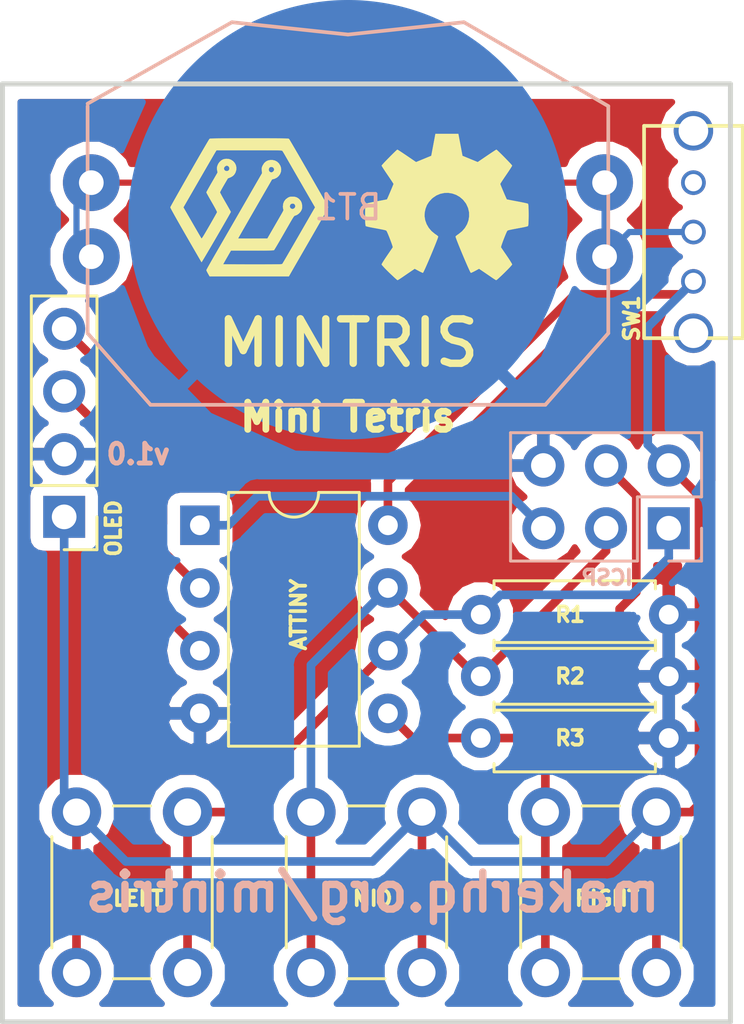
<source format=kicad_pcb>
(kicad_pcb (version 20171130) (host pcbnew "(5.0.0-3-g5ebb6b6)")

  (general
    (thickness 1.6)
    (drawings 8)
    (tracks 71)
    (zones 0)
    (modules 13)
    (nets 10)
  )

  (page A4)
  (layers
    (0 F.Cu signal)
    (31 B.Cu signal)
    (32 B.Adhes user hide)
    (33 F.Adhes user hide)
    (34 B.Paste user)
    (35 F.Paste user)
    (36 B.SilkS user)
    (37 F.SilkS user)
    (38 B.Mask user)
    (39 F.Mask user)
    (40 Dwgs.User user hide)
    (41 Cmts.User user hide)
    (42 Eco1.User user hide)
    (43 Eco2.User user hide)
    (44 Edge.Cuts user)
    (45 Margin user hide)
    (46 B.CrtYd user)
    (47 F.CrtYd user)
    (48 B.Fab user hide)
    (49 F.Fab user hide)
  )

  (setup
    (last_trace_width 0.35)
    (trace_clearance 0.2)
    (zone_clearance 0.508)
    (zone_45_only no)
    (trace_min 0.2)
    (segment_width 0.2)
    (edge_width 0.15)
    (via_size 0.8)
    (via_drill 0.4)
    (via_min_size 0.4)
    (via_min_drill 0.3)
    (uvia_size 0.3)
    (uvia_drill 0.1)
    (uvias_allowed no)
    (uvia_min_size 0.2)
    (uvia_min_drill 0.1)
    (pcb_text_width 0.3)
    (pcb_text_size 1.5 1.5)
    (mod_edge_width 0.15)
    (mod_text_size 1 1)
    (mod_text_width 0.15)
    (pad_size 1.524 1.524)
    (pad_drill 0.762)
    (pad_to_mask_clearance 0.1)
    (aux_axis_origin 0 0)
    (visible_elements FFFFFF7F)
    (pcbplotparams
      (layerselection 0x010f0_ffffffff)
      (usegerberextensions false)
      (usegerberattributes false)
      (usegerberadvancedattributes false)
      (creategerberjobfile false)
      (excludeedgelayer true)
      (linewidth 0.100000)
      (plotframeref false)
      (viasonmask false)
      (mode 1)
      (useauxorigin false)
      (hpglpennumber 1)
      (hpglpenspeed 20)
      (hpglpendiameter 15.000000)
      (psnegative false)
      (psa4output false)
      (plotreference true)
      (plotvalue true)
      (plotinvisibletext false)
      (padsonsilk false)
      (subtractmaskfromsilk false)
      (outputformat 1)
      (mirror false)
      (drillshape 0)
      (scaleselection 1)
      (outputdirectory "gerbers/"))
  )

  (net 0 "")
  (net 1 VCC)
  (net 2 /RST)
  (net 3 GND)
  (net 4 /SCL)
  (net 5 /SDA)
  (net 6 /LEFT)
  (net 7 /MID)
  (net 8 /RIGHT)
  (net 9 "Net-(BT1-Pad1)")

  (net_class Default "This is the default net class."
    (clearance 0.2)
    (trace_width 0.35)
    (via_dia 0.8)
    (via_drill 0.4)
    (uvia_dia 0.3)
    (uvia_drill 0.1)
    (add_net /LEFT)
    (add_net /MID)
    (add_net /RIGHT)
    (add_net /RST)
    (add_net /SCL)
    (add_net /SDA)
    (add_net GND)
    (add_net "Net-(BT1-Pad1)")
    (add_net VCC)
  )

  (module machadolab:BAT-HLD-001-THM (layer B.Cu) (tedit 5BC6B6EE) (tstamp 5BDEC79A)
    (at 89 47.5)
    (path /5BC7880F)
    (fp_text reference BT1 (at 0 -0.5) (layer B.SilkS)
      (effects (font (size 1 1) (thickness 0.15)) (justify mirror))
    )
    (fp_text value Battery_Cell (at 0 0.5) (layer B.Fab)
      (effects (font (size 1 1) (thickness 0.15)) (justify mirror))
    )
    (fp_line (start -10.55 4.6) (end -8 7.5) (layer B.SilkS) (width 0.15))
    (fp_line (start 10.55 4.6) (end 8 7.5) (layer B.SilkS) (width 0.15))
    (fp_line (start 0 -7.5) (end 4.7 -8) (layer B.SilkS) (width 0.15))
    (fp_line (start -10.55 -4.6) (end -10.55 4.6) (layer B.SilkS) (width 0.15))
    (fp_line (start -4.7 -8) (end -10.55 -4.7) (layer B.SilkS) (width 0.15))
    (fp_line (start 10.55 -4.6) (end 4.7 -8) (layer B.SilkS) (width 0.15))
    (fp_line (start 10.55 4.6) (end 10.55 -4.6) (layer B.SilkS) (width 0.15))
    (fp_line (start -8 7.5) (end 8 7.5) (layer B.SilkS) (width 0.15))
    (fp_line (start -4.7 -8) (end 0 -7.5) (layer B.SilkS) (width 0.15))
    (pad 1 thru_hole circle (at 10.4 -1.5) (size 2.3 2.3) (drill 1) (layers *.Cu *.Mask)
      (net 9 "Net-(BT1-Pad1)"))
    (pad 1 thru_hole circle (at 10.4 1.5) (size 2.3 2.3) (drill 1) (layers *.Cu *.Mask)
      (net 9 "Net-(BT1-Pad1)"))
    (pad 1 thru_hole circle (at -10.4 1.5) (size 2.3 2.3) (drill 1) (layers *.Cu *.Mask)
      (net 9 "Net-(BT1-Pad1)"))
    (pad 1 thru_hole circle (at -10.4 -1.5) (size 2.3 2.3) (drill 1) (layers *.Cu *.Mask)
      (net 9 "Net-(BT1-Pad1)"))
    (pad 2 smd circle (at 0 0) (size 17.8 17.8) (layers B.Cu B.Paste B.Mask)
      (net 3 GND))
  )

  (module Connector_PinHeader_2.54mm:PinHeader_2x03_P2.54mm_Vertical (layer B.Cu) (tedit 5BC760E6) (tstamp 5BD2A717)
    (at 102 60 90)
    (descr "Through hole straight pin header, 2x03, 2.54mm pitch, double rows")
    (tags "Through hole pin header THT 2x03 2.54mm double row")
    (path /5BC698FB)
    (fp_text reference J1 (at 3 -7 90) (layer B.SilkS) hide
      (effects (font (size 0.6 0.6) (thickness 0.15)) (justify mirror))
    )
    (fp_text value ICSP (at -2 -2.5 180) (layer B.SilkS)
      (effects (font (size 0.6 0.6) (thickness 0.15)) (justify mirror))
    )
    (fp_line (start 0 1.27) (end 3.81 1.27) (layer B.Fab) (width 0.1))
    (fp_line (start 3.81 1.27) (end 3.81 -6.35) (layer B.Fab) (width 0.1))
    (fp_line (start 3.81 -6.35) (end -1.27 -6.35) (layer B.Fab) (width 0.1))
    (fp_line (start -1.27 -6.35) (end -1.27 0) (layer B.Fab) (width 0.1))
    (fp_line (start -1.27 0) (end 0 1.27) (layer B.Fab) (width 0.1))
    (fp_line (start -1.33 -6.41) (end 3.87 -6.41) (layer B.SilkS) (width 0.12))
    (fp_line (start -1.33 -1.27) (end -1.33 -6.41) (layer B.SilkS) (width 0.12))
    (fp_line (start 3.87 1.33) (end 3.87 -6.41) (layer B.SilkS) (width 0.12))
    (fp_line (start -1.33 -1.27) (end 1.27 -1.27) (layer B.SilkS) (width 0.12))
    (fp_line (start 1.27 -1.27) (end 1.27 1.33) (layer B.SilkS) (width 0.12))
    (fp_line (start 1.27 1.33) (end 3.87 1.33) (layer B.SilkS) (width 0.12))
    (fp_line (start -1.33 0) (end -1.33 1.33) (layer B.SilkS) (width 0.12))
    (fp_line (start -1.33 1.33) (end 0 1.33) (layer B.SilkS) (width 0.12))
    (fp_line (start -1.8 1.8) (end -1.8 -6.85) (layer B.CrtYd) (width 0.05))
    (fp_line (start -1.8 -6.85) (end 4.35 -6.85) (layer B.CrtYd) (width 0.05))
    (fp_line (start 4.35 -6.85) (end 4.35 1.8) (layer B.CrtYd) (width 0.05))
    (fp_line (start 4.35 1.8) (end -1.8 1.8) (layer B.CrtYd) (width 0.05))
    (fp_text user %R (at 1.27 -2.54) (layer B.Fab) hide
      (effects (font (size 1 1) (thickness 0.15)) (justify mirror))
    )
    (pad 1 thru_hole rect (at 0 0 90) (size 1.7 1.7) (drill 1) (layers *.Cu *.Mask)
      (net 6 /LEFT))
    (pad 2 thru_hole oval (at 2.54 0 90) (size 1.7 1.7) (drill 1) (layers *.Cu *.Mask)
      (net 1 VCC))
    (pad 3 thru_hole oval (at 0 -2.54 90) (size 1.7 1.7) (drill 1) (layers *.Cu *.Mask)
      (net 7 /MID))
    (pad 4 thru_hole oval (at 2.54 -2.54 90) (size 1.7 1.7) (drill 1) (layers *.Cu *.Mask)
      (net 8 /RIGHT))
    (pad 5 thru_hole oval (at 0 -5.08 90) (size 1.7 1.7) (drill 1) (layers *.Cu *.Mask)
      (net 2 /RST))
    (pad 6 thru_hole oval (at 2.54 -5.08 90) (size 1.7 1.7) (drill 1) (layers *.Cu *.Mask)
      (net 3 GND))
    (model ${KISYS3DMOD}/Connector_PinHeader_2.54mm.3dshapes/PinHeader_2x03_P2.54mm_Vertical.wrl
      (at (xyz 0 0 0))
      (scale (xyz 1 1 1))
      (rotate (xyz 0 0 0))
    )
  )

  (module Connector_PinHeader_2.54mm:PinHeader_1x04_P2.54mm_Vertical (layer F.Cu) (tedit 5BC76058) (tstamp 5BD2A72F)
    (at 77.5 59.54 180)
    (descr "Through hole straight pin header, 1x04, 2.54mm pitch, single row")
    (tags "Through hole pin header THT 1x04 2.54mm single row")
    (path /5BC553BB)
    (fp_text reference J2 (at -2 0.54 270) (layer F.SilkS) hide
      (effects (font (size 0.6 0.6) (thickness 0.15)))
    )
    (fp_text value OLED (at -2 -0.46 270) (layer F.SilkS)
      (effects (font (size 0.6 0.6) (thickness 0.15)))
    )
    (fp_line (start -0.635 -1.27) (end 1.27 -1.27) (layer F.Fab) (width 0.1))
    (fp_line (start 1.27 -1.27) (end 1.27 8.89) (layer F.Fab) (width 0.1))
    (fp_line (start 1.27 8.89) (end -1.27 8.89) (layer F.Fab) (width 0.1))
    (fp_line (start -1.27 8.89) (end -1.27 -0.635) (layer F.Fab) (width 0.1))
    (fp_line (start -1.27 -0.635) (end -0.635 -1.27) (layer F.Fab) (width 0.1))
    (fp_line (start -1.33 8.95) (end 1.33 8.95) (layer F.SilkS) (width 0.12))
    (fp_line (start -1.33 1.27) (end -1.33 8.95) (layer F.SilkS) (width 0.12))
    (fp_line (start 1.33 1.27) (end 1.33 8.95) (layer F.SilkS) (width 0.12))
    (fp_line (start -1.33 1.27) (end 1.33 1.27) (layer F.SilkS) (width 0.12))
    (fp_line (start -1.33 0) (end -1.33 -1.33) (layer F.SilkS) (width 0.12))
    (fp_line (start -1.33 -1.33) (end 0 -1.33) (layer F.SilkS) (width 0.12))
    (fp_line (start -1.8 -1.8) (end -1.8 9.4) (layer F.CrtYd) (width 0.05))
    (fp_line (start -1.8 9.4) (end 1.8 9.4) (layer F.CrtYd) (width 0.05))
    (fp_line (start 1.8 9.4) (end 1.8 -1.8) (layer F.CrtYd) (width 0.05))
    (fp_line (start 1.8 -1.8) (end -1.8 -1.8) (layer F.CrtYd) (width 0.05))
    (fp_text user %R (at -2 -0.46 270) (layer F.SilkS) hide
      (effects (font (size 0.6 0.6) (thickness 0.15)))
    )
    (pad 1 thru_hole rect (at 0 0 180) (size 1.7 1.7) (drill 1) (layers *.Cu *.Mask)
      (net 1 VCC))
    (pad 2 thru_hole oval (at 0 2.54 180) (size 1.7 1.7) (drill 1) (layers *.Cu *.Mask)
      (net 3 GND))
    (pad 3 thru_hole oval (at 0 5.08 180) (size 1.7 1.7) (drill 1) (layers *.Cu *.Mask)
      (net 4 /SCL))
    (pad 4 thru_hole oval (at 0 7.62 180) (size 1.7 1.7) (drill 1) (layers *.Cu *.Mask)
      (net 5 /SDA))
    (model ${KISYS3DMOD}/Connector_PinHeader_2.54mm.3dshapes/PinHeader_1x04_P2.54mm_Vertical.wrl
      (at (xyz 0 0 0))
      (scale (xyz 1 1 1))
      (rotate (xyz 0 0 0))
    )
  )

  (module machadolab:SK12D07 (layer F.Cu) (tedit 5BC75FC2) (tstamp 5BD2B360)
    (at 103 48 270)
    (path /5BC55B94)
    (fp_text reference SW1 (at 3.5 2.5 270) (layer F.SilkS)
      (effects (font (size 0.6 0.6) (thickness 0.15)))
    )
    (fp_text value SW_SPDT (at -1 -2.8 270) (layer F.Fab) hide
      (effects (font (size 1 1) (thickness 0.15)))
    )
    (fp_line (start -4.3 -2) (end 4.3 -2) (layer F.SilkS) (width 0.15))
    (fp_line (start 4.3 -2) (end 4.3 2) (layer F.SilkS) (width 0.15))
    (fp_line (start 4.3 2) (end -4.3 2) (layer F.SilkS) (width 0.15))
    (fp_line (start -4.3 2) (end -4.3 -2) (layer F.SilkS) (width 0.15))
    (pad 2 thru_hole circle (at 0 0 270) (size 1 1) (drill 0.7) (layers *.Cu *.Mask)
      (net 9 "Net-(BT1-Pad1)"))
    (pad "" thru_hole circle (at -4.1 0 270) (size 1.6 1.6) (drill 1.2) (layers *.Cu *.Mask))
    (pad 1 thru_hole circle (at -2 0 270) (size 1 1) (drill 0.7) (layers *.Cu *.Mask))
    (pad 3 thru_hole circle (at 2 0 270) (size 1 1) (drill 0.7) (layers *.Cu *.Mask)
      (net 1 VCC))
    (pad "" thru_hole circle (at 4.1 0 270) (size 1.6 1.6) (drill 1.2) (layers *.Cu *.Mask))
  )

  (module Package_DIP:DIP-8_W7.62mm (layer F.Cu) (tedit 5BC75FA1) (tstamp 5BD2A7ED)
    (at 83 59.88)
    (descr "8-lead though-hole mounted DIP package, row spacing 7.62 mm (300 mils)")
    (tags "THT DIP DIL PDIP 2.54mm 7.62mm 300mil")
    (path /5BC69442)
    (fp_text reference U1 (at 4 3.62 90) (layer F.SilkS) hide
      (effects (font (size 0.6 0.6) (thickness 0.15)))
    )
    (fp_text value ATTINY (at 4 3.62 90) (layer F.SilkS)
      (effects (font (size 0.6 0.6) (thickness 0.15)))
    )
    (fp_arc (start 3.81 -1.33) (end 2.81 -1.33) (angle -180) (layer F.SilkS) (width 0.12))
    (fp_line (start 1.635 -1.27) (end 6.985 -1.27) (layer F.Fab) (width 0.1))
    (fp_line (start 6.985 -1.27) (end 6.985 8.89) (layer F.Fab) (width 0.1))
    (fp_line (start 6.985 8.89) (end 0.635 8.89) (layer F.Fab) (width 0.1))
    (fp_line (start 0.635 8.89) (end 0.635 -0.27) (layer F.Fab) (width 0.1))
    (fp_line (start 0.635 -0.27) (end 1.635 -1.27) (layer F.Fab) (width 0.1))
    (fp_line (start 2.81 -1.33) (end 1.16 -1.33) (layer F.SilkS) (width 0.12))
    (fp_line (start 1.16 -1.33) (end 1.16 8.95) (layer F.SilkS) (width 0.12))
    (fp_line (start 1.16 8.95) (end 6.46 8.95) (layer F.SilkS) (width 0.12))
    (fp_line (start 6.46 8.95) (end 6.46 -1.33) (layer F.SilkS) (width 0.12))
    (fp_line (start 6.46 -1.33) (end 4.81 -1.33) (layer F.SilkS) (width 0.12))
    (fp_line (start -1.1 -1.55) (end -1.1 9.15) (layer F.CrtYd) (width 0.05))
    (fp_line (start -1.1 9.15) (end 8.7 9.15) (layer F.CrtYd) (width 0.05))
    (fp_line (start 8.7 9.15) (end 8.7 -1.55) (layer F.CrtYd) (width 0.05))
    (fp_line (start 8.7 -1.55) (end -1.1 -1.55) (layer F.CrtYd) (width 0.05))
    (fp_text user %R (at 4 0.62) (layer F.Fab) hide
      (effects (font (size 1 1) (thickness 0.15)))
    )
    (pad 1 thru_hole rect (at 0 0) (size 1.6 1.6) (drill 0.8) (layers *.Cu *.Mask)
      (net 2 /RST))
    (pad 5 thru_hole oval (at 7.62 7.62) (size 1.6 1.6) (drill 0.8) (layers *.Cu *.Mask)
      (net 8 /RIGHT))
    (pad 2 thru_hole oval (at 0 2.54) (size 1.6 1.6) (drill 0.8) (layers *.Cu *.Mask)
      (net 5 /SDA))
    (pad 6 thru_hole oval (at 7.62 5.08) (size 1.6 1.6) (drill 0.8) (layers *.Cu *.Mask)
      (net 6 /LEFT))
    (pad 3 thru_hole oval (at 0 5.08) (size 1.6 1.6) (drill 0.8) (layers *.Cu *.Mask)
      (net 4 /SCL))
    (pad 7 thru_hole oval (at 7.62 2.54) (size 1.6 1.6) (drill 0.8) (layers *.Cu *.Mask)
      (net 7 /MID))
    (pad 4 thru_hole oval (at 0 7.62) (size 1.6 1.6) (drill 0.8) (layers *.Cu *.Mask)
      (net 3 GND))
    (pad 8 thru_hole oval (at 7.62 0) (size 1.6 1.6) (drill 0.8) (layers *.Cu *.Mask)
      (net 1 VCC))
    (model ${KISYS3DMOD}/Package_DIP.3dshapes/DIP-8_W7.62mm.wrl
      (at (xyz 0 0 0))
      (scale (xyz 1 1 1))
      (rotate (xyz 0 0 0))
    )
  )

  (module Button_Switch_THT:SW_PUSH_6mm (layer F.Cu) (tedit 5BC76123) (tstamp 5BD2B5E5)
    (at 82.5 71.5 270)
    (descr https://www.omron.com/ecb/products/pdf/en-b3f.pdf)
    (tags "tact sw push 6mm")
    (path /5BC559DC)
    (fp_text reference BTN1 (at 3 2) (layer F.SilkS) hide
      (effects (font (size 0.6 0.6) (thickness 0.15)))
    )
    (fp_text value LEFT (at 3.5 2) (layer F.SilkS)
      (effects (font (size 0.6 0.6) (thickness 0.15)))
    )
    (fp_text user %R (at 3.25 3 270) (layer F.Fab)
      (effects (font (size 1 1) (thickness 0.15)))
    )
    (fp_line (start 3.25 -0.75) (end 6.25 -0.75) (layer F.Fab) (width 0.1))
    (fp_line (start 6.25 -0.75) (end 6.25 5.25) (layer F.Fab) (width 0.1))
    (fp_line (start 6.25 5.25) (end 0.25 5.25) (layer F.Fab) (width 0.1))
    (fp_line (start 0.25 5.25) (end 0.25 -0.75) (layer F.Fab) (width 0.1))
    (fp_line (start 0.25 -0.75) (end 3.25 -0.75) (layer F.Fab) (width 0.1))
    (fp_line (start 7.75 6) (end 8 6) (layer F.CrtYd) (width 0.05))
    (fp_line (start 8 6) (end 8 5.75) (layer F.CrtYd) (width 0.05))
    (fp_line (start 7.75 -1.5) (end 8 -1.5) (layer F.CrtYd) (width 0.05))
    (fp_line (start 8 -1.5) (end 8 -1.25) (layer F.CrtYd) (width 0.05))
    (fp_line (start -1.5 -1.25) (end -1.5 -1.5) (layer F.CrtYd) (width 0.05))
    (fp_line (start -1.5 -1.5) (end -1.25 -1.5) (layer F.CrtYd) (width 0.05))
    (fp_line (start -1.5 5.75) (end -1.5 6) (layer F.CrtYd) (width 0.05))
    (fp_line (start -1.5 6) (end -1.25 6) (layer F.CrtYd) (width 0.05))
    (fp_line (start -1.25 -1.5) (end 7.75 -1.5) (layer F.CrtYd) (width 0.05))
    (fp_line (start -1.5 5.75) (end -1.5 -1.25) (layer F.CrtYd) (width 0.05))
    (fp_line (start 7.75 6) (end -1.25 6) (layer F.CrtYd) (width 0.05))
    (fp_line (start 8 -1.25) (end 8 5.75) (layer F.CrtYd) (width 0.05))
    (fp_line (start 1 5.5) (end 5.5 5.5) (layer F.SilkS) (width 0.12))
    (fp_line (start -0.25 1.5) (end -0.25 3) (layer F.SilkS) (width 0.12))
    (fp_line (start 5.5 -1) (end 1 -1) (layer F.SilkS) (width 0.12))
    (fp_line (start 6.75 3) (end 6.75 1.5) (layer F.SilkS) (width 0.12))
    (fp_circle (center 3.25 2.25) (end 1.25 2.5) (layer F.Fab) (width 0.1))
    (pad 2 thru_hole circle (at 0 4.5) (size 2 2) (drill 1.1) (layers *.Cu *.Mask)
      (net 1 VCC))
    (pad 1 thru_hole circle (at 0 0) (size 2 2) (drill 1.1) (layers *.Cu *.Mask)
      (net 6 /LEFT))
    (pad 2 thru_hole circle (at 6.5 4.5) (size 2 2) (drill 1.1) (layers *.Cu *.Mask)
      (net 1 VCC))
    (pad 1 thru_hole circle (at 6.5 0) (size 2 2) (drill 1.1) (layers *.Cu *.Mask)
      (net 6 /LEFT))
    (model ${KISYS3DMOD}/Button_Switch_THT.3dshapes/SW_PUSH_6mm.wrl
      (at (xyz 0 0 0))
      (scale (xyz 1 1 1))
      (rotate (xyz 0 0 0))
    )
  )

  (module Button_Switch_THT:SW_PUSH_6mm (layer F.Cu) (tedit 5BC7614C) (tstamp 5BD2B604)
    (at 87.5 78 90)
    (descr https://www.omron.com/ecb/products/pdf/en-b3f.pdf)
    (tags "tact sw push 6mm")
    (path /5BC6A101)
    (fp_text reference BTN2 (at 3.5 2.5 180) (layer F.SilkS) hide
      (effects (font (size 0.6 0.6) (thickness 0.15)))
    )
    (fp_text value MID (at 3 2.5 180) (layer F.SilkS)
      (effects (font (size 0.6 0.6) (thickness 0.15)))
    )
    (fp_circle (center 3.25 2.25) (end 1.25 2.5) (layer F.Fab) (width 0.1))
    (fp_line (start 6.75 3) (end 6.75 1.5) (layer F.SilkS) (width 0.12))
    (fp_line (start 5.5 -1) (end 1 -1) (layer F.SilkS) (width 0.12))
    (fp_line (start -0.25 1.5) (end -0.25 3) (layer F.SilkS) (width 0.12))
    (fp_line (start 1 5.5) (end 5.5 5.5) (layer F.SilkS) (width 0.12))
    (fp_line (start 8 -1.25) (end 8 5.75) (layer F.CrtYd) (width 0.05))
    (fp_line (start 7.75 6) (end -1.25 6) (layer F.CrtYd) (width 0.05))
    (fp_line (start -1.5 5.75) (end -1.5 -1.25) (layer F.CrtYd) (width 0.05))
    (fp_line (start -1.25 -1.5) (end 7.75 -1.5) (layer F.CrtYd) (width 0.05))
    (fp_line (start -1.5 6) (end -1.25 6) (layer F.CrtYd) (width 0.05))
    (fp_line (start -1.5 5.75) (end -1.5 6) (layer F.CrtYd) (width 0.05))
    (fp_line (start -1.5 -1.5) (end -1.25 -1.5) (layer F.CrtYd) (width 0.05))
    (fp_line (start -1.5 -1.25) (end -1.5 -1.5) (layer F.CrtYd) (width 0.05))
    (fp_line (start 8 -1.5) (end 8 -1.25) (layer F.CrtYd) (width 0.05))
    (fp_line (start 7.75 -1.5) (end 8 -1.5) (layer F.CrtYd) (width 0.05))
    (fp_line (start 8 6) (end 8 5.75) (layer F.CrtYd) (width 0.05))
    (fp_line (start 7.75 6) (end 8 6) (layer F.CrtYd) (width 0.05))
    (fp_line (start 0.25 -0.75) (end 3.25 -0.75) (layer F.Fab) (width 0.1))
    (fp_line (start 0.25 5.25) (end 0.25 -0.75) (layer F.Fab) (width 0.1))
    (fp_line (start 6.25 5.25) (end 0.25 5.25) (layer F.Fab) (width 0.1))
    (fp_line (start 6.25 -0.75) (end 6.25 5.25) (layer F.Fab) (width 0.1))
    (fp_line (start 3.25 -0.75) (end 6.25 -0.75) (layer F.Fab) (width 0.1))
    (fp_text user %R (at 3.25 2.25 90) (layer F.Fab)
      (effects (font (size 1 1) (thickness 0.15)))
    )
    (pad 1 thru_hole circle (at 6.5 0 180) (size 2 2) (drill 1.1) (layers *.Cu *.Mask)
      (net 7 /MID))
    (pad 2 thru_hole circle (at 6.5 4.5 180) (size 2 2) (drill 1.1) (layers *.Cu *.Mask)
      (net 1 VCC))
    (pad 1 thru_hole circle (at 0 0 180) (size 2 2) (drill 1.1) (layers *.Cu *.Mask)
      (net 7 /MID))
    (pad 2 thru_hole circle (at 0 4.5 180) (size 2 2) (drill 1.1) (layers *.Cu *.Mask)
      (net 1 VCC))
    (model ${KISYS3DMOD}/Button_Switch_THT.3dshapes/SW_PUSH_6mm.wrl
      (at (xyz 0 0 0))
      (scale (xyz 1 1 1))
      (rotate (xyz 0 0 0))
    )
  )

  (module Button_Switch_THT:SW_PUSH_6mm (layer F.Cu) (tedit 5BC76165) (tstamp 5BD2B623)
    (at 97 78 90)
    (descr https://www.omron.com/ecb/products/pdf/en-b3f.pdf)
    (tags "tact sw push 6mm")
    (path /5BC6A124)
    (fp_text reference BTN3 (at 3.5 2.5 180) (layer F.SilkS) hide
      (effects (font (size 0.6 0.6) (thickness 0.15)))
    )
    (fp_text value RIGHT (at 3 2.5 180) (layer F.SilkS)
      (effects (font (size 0.6 0.6) (thickness 0.15)))
    )
    (fp_text user %R (at 3.25 2.25 90) (layer F.Fab)
      (effects (font (size 1 1) (thickness 0.15)))
    )
    (fp_line (start 3.25 -0.75) (end 6.25 -0.75) (layer F.Fab) (width 0.1))
    (fp_line (start 6.25 -0.75) (end 6.25 5.25) (layer F.Fab) (width 0.1))
    (fp_line (start 6.25 5.25) (end 0.25 5.25) (layer F.Fab) (width 0.1))
    (fp_line (start 0.25 5.25) (end 0.25 -0.75) (layer F.Fab) (width 0.1))
    (fp_line (start 0.25 -0.75) (end 3.25 -0.75) (layer F.Fab) (width 0.1))
    (fp_line (start 7.75 6) (end 8 6) (layer F.CrtYd) (width 0.05))
    (fp_line (start 8 6) (end 8 5.75) (layer F.CrtYd) (width 0.05))
    (fp_line (start 7.75 -1.5) (end 8 -1.5) (layer F.CrtYd) (width 0.05))
    (fp_line (start 8 -1.5) (end 8 -1.25) (layer F.CrtYd) (width 0.05))
    (fp_line (start -1.5 -1.25) (end -1.5 -1.5) (layer F.CrtYd) (width 0.05))
    (fp_line (start -1.5 -1.5) (end -1.25 -1.5) (layer F.CrtYd) (width 0.05))
    (fp_line (start -1.5 5.75) (end -1.5 6) (layer F.CrtYd) (width 0.05))
    (fp_line (start -1.5 6) (end -1.25 6) (layer F.CrtYd) (width 0.05))
    (fp_line (start -1.25 -1.5) (end 7.75 -1.5) (layer F.CrtYd) (width 0.05))
    (fp_line (start -1.5 5.75) (end -1.5 -1.25) (layer F.CrtYd) (width 0.05))
    (fp_line (start 7.75 6) (end -1.25 6) (layer F.CrtYd) (width 0.05))
    (fp_line (start 8 -1.25) (end 8 5.75) (layer F.CrtYd) (width 0.05))
    (fp_line (start 1 5.5) (end 5.5 5.5) (layer F.SilkS) (width 0.12))
    (fp_line (start -0.25 1.5) (end -0.25 3) (layer F.SilkS) (width 0.12))
    (fp_line (start 5.5 -1) (end 1 -1) (layer F.SilkS) (width 0.12))
    (fp_line (start 6.75 3) (end 6.75 1.5) (layer F.SilkS) (width 0.12))
    (fp_circle (center 3.25 2.25) (end 1.25 2.5) (layer F.Fab) (width 0.1))
    (pad 2 thru_hole circle (at 0 4.5 180) (size 2 2) (drill 1.1) (layers *.Cu *.Mask)
      (net 1 VCC))
    (pad 1 thru_hole circle (at 0 0 180) (size 2 2) (drill 1.1) (layers *.Cu *.Mask)
      (net 8 /RIGHT))
    (pad 2 thru_hole circle (at 6.5 4.5 180) (size 2 2) (drill 1.1) (layers *.Cu *.Mask)
      (net 1 VCC))
    (pad 1 thru_hole circle (at 6.5 0 180) (size 2 2) (drill 1.1) (layers *.Cu *.Mask)
      (net 8 /RIGHT))
    (model ${KISYS3DMOD}/Button_Switch_THT.3dshapes/SW_PUSH_6mm.wrl
      (at (xyz 0 0 0))
      (scale (xyz 1 1 1))
      (rotate (xyz 0 0 0))
    )
  )

  (module machadolab:mhq_logo_small (layer F.Cu) (tedit 0) (tstamp 5BEAC5B2)
    (at 85 47)
    (fp_text reference G*** (at 0 0) (layer F.SilkS) hide
      (effects (font (size 1.524 1.524) (thickness 0.3)))
    )
    (fp_text value LOGO (at 0.75 0) (layer F.SilkS) hide
      (effects (font (size 1.524 1.524) (thickness 0.3)))
    )
    (fp_poly (pts (xy 0.246224 -2.793982) (xy 0.465773 -2.79391) (xy 0.660195 -2.793762) (xy 0.831038 -2.793514)
      (xy 0.97985 -2.793142) (xy 1.108177 -2.792622) (xy 1.217569 -2.79193) (xy 1.309572 -2.791044)
      (xy 1.385734 -2.789938) (xy 1.447603 -2.78859) (xy 1.496726 -2.786976) (xy 1.534652 -2.785072)
      (xy 1.562927 -2.782854) (xy 1.5831 -2.780298) (xy 1.596718 -2.777381) (xy 1.605329 -2.77408)
      (xy 1.61048 -2.77037) (xy 1.611469 -2.769306) (xy 1.622703 -2.752274) (xy 1.646689 -2.712872)
      (xy 1.682333 -2.653004) (xy 1.728537 -2.574575) (xy 1.784207 -2.47949) (xy 1.848247 -2.369652)
      (xy 1.91956 -2.246968) (xy 1.997051 -2.113342) (xy 2.079624 -1.970679) (xy 2.166184 -1.820882)
      (xy 2.255634 -1.665858) (xy 2.34688 -1.507511) (xy 2.438824 -1.347745) (xy 2.530371 -1.188466)
      (xy 2.620427 -1.031578) (xy 2.707893 -0.878986) (xy 2.791676 -0.732594) (xy 2.870679 -0.594308)
      (xy 2.943806 -0.466032) (xy 3.009962 -0.349671) (xy 3.06805 -0.24713) (xy 3.116976 -0.160313)
      (xy 3.155642 -0.091125) (xy 3.182954 -0.041471) (xy 3.197816 -0.013256) (xy 3.200292 -0.007525)
      (xy 3.193926 0.009194) (xy 3.173851 0.049242) (xy 3.140639 0.111601) (xy 3.09486 0.195257)
      (xy 3.037085 0.299193) (xy 2.967886 0.422393) (xy 2.887832 0.563843) (xy 2.797494 0.722526)
      (xy 2.697444 0.897426) (xy 2.588253 1.087528) (xy 2.47049 1.291816) (xy 2.457407 1.31447)
      (xy 2.354725 1.492267) (xy 2.255238 1.664588) (xy 2.159951 1.829686) (xy 2.06987 1.985816)
      (xy 1.986003 2.131232) (xy 1.909354 2.264187) (xy 1.840932 2.382935) (xy 1.781742 2.485731)
      (xy 1.73279 2.570828) (xy 1.695084 2.63648) (xy 1.669628 2.680941) (xy 1.658316 2.700875)
      (xy 1.606238 2.794) (xy -1.605657 2.794) (xy -1.670662 2.679265) (xy -1.699181 2.626921)
      (xy -1.721334 2.582438) (xy -1.733939 2.552398) (xy -1.735667 2.544846) (xy -1.728775 2.52936)
      (xy -1.708928 2.491693) (xy -1.677371 2.434056) (xy -1.635349 2.358659) (xy -1.584106 2.267711)
      (xy -1.524886 2.163422) (xy -1.458933 2.048004) (xy -1.387493 1.923664) (xy -1.321517 1.809387)
      (xy -1.246781 1.68016) (xy -1.160103 1.530184) (xy -1.063626 1.363167) (xy -0.959489 1.182819)
      (xy -0.849833 0.992848) (xy -0.736799 0.796964) (xy -0.622526 0.598876) (xy -0.509157 0.402292)
      (xy -0.398831 0.210922) (xy -0.293689 0.028475) (xy -0.289479 0.021167) (xy -0.194841 -0.143076)
      (xy -0.102413 -0.303452) (xy -0.01342 -0.457839) (xy 0.070913 -0.604113) (xy 0.149361 -0.740149)
      (xy 0.220699 -0.863823) (xy 0.283702 -0.973011) (xy 0.337144 -1.065591) (xy 0.379802 -1.139437)
      (xy 0.410448 -1.192425) (xy 0.424013 -1.215822) (xy 0.519615 -1.380365) (xy 0.511801 -1.494375)
      (xy 0.509018 -1.546267) (xy 0.791298 -1.546267) (xy 0.792633 -1.499336) (xy 0.810883 -1.457401)
      (xy 0.827403 -1.440358) (xy 0.876266 -1.414962) (xy 0.92358 -1.417567) (xy 0.970555 -1.448269)
      (xy 0.974752 -1.452359) (xy 1.008026 -1.499683) (xy 1.013138 -1.546745) (xy 0.990065 -1.593231)
      (xy 0.98425 -1.600049) (xy 0.950345 -1.627874) (xy 0.90879 -1.638777) (xy 0.871361 -1.638514)
      (xy 0.832404 -1.623707) (xy 0.805135 -1.590341) (xy 0.791298 -1.546267) (xy 0.509018 -1.546267)
      (xy 0.508634 -1.553408) (xy 0.51025 -1.595435) (xy 0.518675 -1.631539) (xy 0.535936 -1.672801)
      (xy 0.549597 -1.701033) (xy 0.607333 -1.790808) (xy 0.680247 -1.856833) (xy 0.767911 -1.898873)
      (xy 0.869898 -1.916691) (xy 0.939416 -1.91553) (xy 1.038079 -1.894196) (xy 1.125263 -1.848529)
      (xy 1.1979 -1.781135) (xy 1.252926 -1.69462) (xy 1.278332 -1.627532) (xy 1.292611 -1.531103)
      (xy 1.281343 -1.43664) (xy 1.247119 -1.348291) (xy 1.192529 -1.270207) (xy 1.120165 -1.206538)
      (xy 1.032616 -1.161431) (xy 0.977544 -1.145748) (xy 0.924539 -1.134735) (xy 0.236512 0.057049)
      (xy 0.139227 0.225671) (xy 0.04604 0.387399) (xy -0.042089 0.540557) (xy -0.124202 0.683469)
      (xy -0.199341 0.814459) (xy -0.266546 0.931854) (xy -0.324859 1.033976) (xy -0.373322 1.11915)
      (xy -0.410975 1.185702) (xy -0.436861 1.231954) (xy -0.45002 1.256233) (xy -0.451535 1.25957)
      (xy -0.437915 1.261769) (xy -0.398984 1.263647) (xy -0.337655 1.265166) (xy -0.256838 1.266294)
      (xy -0.159445 1.266996) (xy -0.048386 1.267236) (xy 0.073428 1.266981) (xy 0.142623 1.266625)
      (xy 0.736801 1.262944) (xy 0.968913 0.860778) (xy 1.030412 0.75422) (xy 1.092337 0.646918)
      (xy 1.151967 0.543587) (xy 1.206583 0.448941) (xy 1.253464 0.367692) (xy 1.28989 0.304556)
      (xy 1.299488 0.287919) (xy 1.338644 0.219326) (xy 1.365146 0.170231) (xy 1.380836 0.135916)
      (xy 1.387555 0.111663) (xy 1.387148 0.092755) (xy 1.382148 0.076252) (xy 1.373055 0.03824)
      (xy 1.367431 -0.013143) (xy 1.366799 -0.033498) (xy 1.642131 -0.033498) (xy 1.655571 0.011595)
      (xy 1.685962 0.045942) (xy 1.727725 0.065415) (xy 1.775279 0.065886) (xy 1.823043 0.043225)
      (xy 1.8239 0.042556) (xy 1.860064 -0.000922) (xy 1.869853 -0.051409) (xy 1.856432 -0.09719)
      (xy 1.828292 -0.135123) (xy 1.789487 -0.152504) (xy 1.754751 -0.155222) (xy 1.701738 -0.144446)
      (xy 1.664592 -0.110829) (xy 1.651223 -0.085206) (xy 1.642131 -0.033498) (xy 1.366799 -0.033498)
      (xy 1.366524 -0.042333) (xy 1.379619 -0.148739) (xy 1.417596 -0.242806) (xy 1.479257 -0.322485)
      (xy 1.563406 -0.385726) (xy 1.568823 -0.388776) (xy 1.611938 -0.410596) (xy 1.650195 -0.423156)
      (xy 1.694553 -0.428869) (xy 1.755974 -0.430146) (xy 1.756833 -0.430145) (xy 1.848648 -0.423452)
      (xy 1.923437 -0.401545) (xy 1.98981 -0.361017) (xy 2.036046 -0.319569) (xy 2.090671 -0.251282)
      (xy 2.124724 -0.17356) (xy 2.141032 -0.079558) (xy 2.142193 -0.062365) (xy 2.143262 0.001692)
      (xy 2.13674 0.051461) (xy 2.120619 0.100319) (xy 2.116172 0.110912) (xy 2.074086 0.181749)
      (xy 2.014623 0.246511) (xy 1.94582 0.297796) (xy 1.882144 0.326435) (xy 1.867613 0.330101)
      (xy 1.855427 0.332887) (xy 1.844381 0.336637) (xy 1.833272 0.343195) (xy 1.820893 0.354407)
      (xy 1.80604 0.372115) (xy 1.787508 0.398166) (xy 1.764092 0.434401) (xy 1.734587 0.482668)
      (xy 1.697789 0.544808) (xy 1.652492 0.622667) (xy 1.597492 0.71809) (xy 1.531583 0.83292)
      (xy 1.453562 0.969001) (xy 1.390171 1.0795) (xy 1.319415 1.202394) (xy 1.252364 1.318125)
      (xy 1.190419 1.424327) (xy 1.134978 1.518634) (xy 1.087442 1.59868) (xy 1.049211 1.662099)
      (xy 1.021683 1.706526) (xy 1.00626 1.729595) (xy 1.004038 1.732139) (xy 0.993268 1.735958)
      (xy 0.96988 1.739228) (xy 0.932141 1.741983) (xy 0.878317 1.744259) (xy 0.806673 1.74609)
      (xy 0.715477 1.74751) (xy 0.602993 1.748554) (xy 0.467489 1.749257) (xy 0.307231 1.749653)
      (xy 0.120604 1.749778) (xy -0.741175 1.749778) (xy -0.899754 2.024724) (xy -0.945435 2.104235)
      (xy -0.985965 2.175374) (xy -1.019341 2.234575) (xy -1.043559 2.278272) (xy -1.056616 2.302901)
      (xy -1.058333 2.306946) (xy -1.044565 2.30805) (xy -1.004632 2.309103) (xy -0.94059 2.310092)
      (xy -0.854498 2.311006) (xy -0.748412 2.31183) (xy -0.624388 2.312554) (xy -0.484486 2.313163)
      (xy -0.33076 2.313647) (xy -0.165269 2.313991) (xy 0.009931 2.314184) (xy 0.131868 2.314222)
      (xy 0.343161 2.314195) (xy 0.528028 2.31409) (xy 0.688264 2.31387) (xy 0.825665 2.313498)
      (xy 0.942028 2.312938) (xy 1.039148 2.312154) (xy 1.118821 2.311107) (xy 1.182844 2.309763)
      (xy 1.233011 2.308085) (xy 1.271118 2.306035) (xy 1.298963 2.303577) (xy 1.31834 2.300675)
      (xy 1.331045 2.297292) (xy 1.338874 2.293391) (xy 1.343135 2.289528) (xy 1.353116 2.273933)
      (xy 1.376144 2.235625) (xy 1.411201 2.176354) (xy 1.457266 2.097874) (xy 1.513318 2.001936)
      (xy 1.578338 1.890292) (xy 1.651305 1.764694) (xy 1.7312 1.626895) (xy 1.817002 1.478645)
      (xy 1.907691 1.321697) (xy 2.002247 1.157804) (xy 2.016916 1.132356) (xy 2.669633 -0.000121)
      (xy 2.101614 -0.984311) (xy 2.010929 -1.141452) (xy 1.922578 -1.294573) (xy 1.837835 -1.441467)
      (xy 1.757971 -1.579925) (xy 1.684261 -1.707741) (xy 1.617977 -1.822707) (xy 1.560392 -1.922615)
      (xy 1.512779 -2.005257) (xy 1.476411 -2.068427) (xy 1.45256 -2.109917) (xy 1.448689 -2.116667)
      (xy 1.413715 -2.176756) (xy 1.381981 -2.229569) (xy 1.357072 -2.26925) (xy 1.342926 -2.289528)
      (xy 1.338149 -2.293698) (xy 1.330163 -2.297372) (xy 1.31727 -2.300581) (xy 1.297768 -2.303357)
      (xy 1.269958 -2.305731) (xy 1.232138 -2.307733) (xy 1.182611 -2.309396) (xy 1.119674 -2.31075)
      (xy 1.041627 -2.311826) (xy 0.946772 -2.312657) (xy 0.833407 -2.313273) (xy 0.699832 -2.313705)
      (xy 0.544347 -2.313984) (xy 0.365252 -2.314143) (xy 0.160847 -2.314211) (xy -0.001226 -2.314222)
      (xy -1.324523 -2.314222) (xy -1.35157 -2.275417) (xy -1.362469 -2.257703) (xy -1.386411 -2.217323)
      (xy -1.422355 -2.15607) (xy -1.469259 -2.075734) (xy -1.526084 -1.978109) (xy -1.591789 -1.864985)
      (xy -1.665333 -1.738154) (xy -1.745676 -1.599409) (xy -1.831777 -1.45054) (xy -1.922595 -1.293341)
      (xy -2.017089 -1.129601) (xy -2.023817 -1.117936) (xy -2.669018 0.000739) (xy -2.312805 0.617731)
      (xy -2.242757 0.738983) (xy -2.176612 0.853326) (xy -2.115784 0.958329) (xy -2.061684 1.051563)
      (xy -2.015725 1.130596) (xy -1.979318 1.192997) (xy -1.953876 1.236337) (xy -1.940811 1.258184)
      (xy -1.939749 1.259848) (xy -1.934154 1.263363) (xy -1.925487 1.259283) (xy -1.91251 1.245675)
      (xy -1.893988 1.220607) (xy -1.868683 1.182148) (xy -1.83536 1.128364) (xy -1.792782 1.057325)
      (xy -1.739713 0.967097) (xy -1.674915 0.855749) (xy -1.615872 0.753746) (xy -1.551111 0.641378)
      (xy -1.490689 0.535923) (xy -1.436092 0.44002) (xy -1.388806 0.356309) (xy -1.350317 0.287428)
      (xy -1.322112 0.236016) (xy -1.305677 0.204712) (xy -1.302042 0.196527) (xy -1.307154 0.176239)
      (xy -1.326485 0.133319) (xy -1.359339 0.069094) (xy -1.405018 -0.01511) (xy -1.462826 -0.117966)
      (xy -1.515456 -0.209545) (xy -1.569847 -0.303956) (xy -1.619353 -0.390914) (xy -1.662258 -0.46732)
      (xy -1.696845 -0.530078) (xy -1.721397 -0.576092) (xy -1.734197 -0.602264) (xy -1.735667 -0.60678)
      (xy -1.728842 -0.622772) (xy -1.709488 -0.660106) (xy -1.679288 -0.715742) (xy -1.639923 -0.786639)
      (xy -1.593074 -0.869757) (xy -1.540424 -0.962054) (xy -1.508345 -1.017808) (xy -1.281024 -1.411684)
      (xy -1.297927 -1.501271) (xy -1.3065 -1.557231) (xy -1.306502 -1.557848) (xy -1.027163 -1.557848)
      (xy -1.004252 -1.509171) (xy -1.000865 -1.504736) (xy -0.962057 -1.476013) (xy -0.912527 -1.466096)
      (xy -0.863098 -1.475564) (xy -0.832556 -1.495778) (xy -0.808145 -1.538011) (xy -0.803551 -1.588476)
      (xy -0.818198 -1.63635) (xy -0.841514 -1.664087) (xy -0.890377 -1.689482) (xy -0.937691 -1.686878)
      (xy -0.984666 -1.656175) (xy -0.988863 -1.652086) (xy -1.022067 -1.605083) (xy -1.027163 -1.557848)
      (xy -1.306502 -1.557848) (xy -1.306655 -1.602069) (xy -1.297706 -1.650808) (xy -1.289724 -1.680901)
      (xy -1.254897 -1.762553) (xy -1.200734 -1.837421) (xy -1.133392 -1.898991) (xy -1.059028 -1.940747)
      (xy -1.037167 -1.94818) (xy -0.928647 -1.966246) (xy -0.825084 -1.956814) (xy -0.74128 -1.927003)
      (xy -0.65466 -1.870147) (xy -0.58856 -1.796662) (xy -0.544343 -1.710641) (xy -0.52337 -1.616178)
      (xy -0.527004 -1.517368) (xy -0.556606 -1.418303) (xy -0.565644 -1.399057) (xy -0.608098 -1.328951)
      (xy -0.659734 -1.275519) (xy -0.727669 -1.232551) (xy -0.786415 -1.206295) (xy -0.867833 -1.173735)
      (xy -1.026583 -0.90267) (xy -1.072767 -0.822763) (xy -1.113664 -0.749993) (xy -1.147207 -0.688208)
      (xy -1.171326 -0.641256) (xy -1.183952 -0.612983) (xy -1.185333 -0.607441) (xy -1.178472 -0.589601)
      (xy -1.159042 -0.550608) (xy -1.128773 -0.493641) (xy -1.089397 -0.421877) (xy -1.042644 -0.338496)
      (xy -0.990244 -0.246677) (xy -0.966611 -0.205743) (xy -0.912464 -0.111886) (xy -0.863195 -0.025729)
      (xy -0.820523 0.049664) (xy -0.786165 0.111231) (xy -0.761838 0.155906) (xy -0.749259 0.180628)
      (xy -0.747889 0.184404) (xy -0.754764 0.199643) (xy -0.774544 0.236727) (xy -0.805964 0.293484)
      (xy -0.84776 0.36774) (xy -0.898666 0.457321) (xy -0.957416 0.560054) (xy -1.022745 0.673767)
      (xy -1.093388 0.796285) (xy -1.16808 0.925436) (xy -1.245556 1.059045) (xy -1.32455 1.194941)
      (xy -1.403796 1.330948) (xy -1.482031 1.464895) (xy -1.557987 1.594608) (xy -1.630401 1.717914)
      (xy -1.698006 1.832638) (xy -1.759539 1.936609) (xy -1.813732 2.027652) (xy -1.859321 2.103594)
      (xy -1.895041 2.162262) (xy -1.919627 2.201483) (xy -1.931812 2.219084) (xy -1.932876 2.219808)
      (xy -1.941227 2.206152) (xy -1.962647 2.169804) (xy -1.996114 2.112523) (xy -2.040609 2.036072)
      (xy -2.095109 1.94221) (xy -2.158594 1.832699) (xy -2.230044 1.7093) (xy -2.308437 1.573773)
      (xy -2.392753 1.427879) (xy -2.48197 1.27338) (xy -2.569417 1.121833) (xy -2.672645 0.94248)
      (xy -2.768896 0.774462) (xy -2.857399 0.619163) (xy -2.93738 0.477967) (xy -3.008064 0.352258)
      (xy -3.068679 0.243421) (xy -3.118452 0.15284) (xy -3.156609 0.081899) (xy -3.182377 0.031983)
      (xy -3.194983 0.004474) (xy -3.196167 0) (xy -3.189276 -0.015607) (xy -3.169332 -0.053731)
      (xy -3.137425 -0.112467) (xy -3.094644 -0.189908) (xy -3.042082 -0.284151) (xy -2.980827 -0.393289)
      (xy -2.911971 -0.515417) (xy -2.836604 -0.648629) (xy -2.755816 -0.791022) (xy -2.670698 -0.940689)
      (xy -2.58234 -1.095724) (xy -2.491834 -1.254224) (xy -2.400268 -1.414282) (xy -2.308734 -1.573992)
      (xy -2.218322 -1.731451) (xy -2.130123 -1.884752) (xy -2.045227 -2.03199) (xy -1.964725 -2.17126)
      (xy -1.889706 -2.300657) (xy -1.821262 -2.418274) (xy -1.760483 -2.522208) (xy -1.708459 -2.610552)
      (xy -1.666281 -2.681402) (xy -1.635039 -2.732852) (xy -1.615824 -2.762996) (xy -1.611221 -2.769306)
      (xy -1.606771 -2.773129) (xy -1.599275 -2.776537) (xy -1.587183 -2.779555) (xy -1.568948 -2.782204)
      (xy -1.543023 -2.78451) (xy -1.50786 -2.786496) (xy -1.461913 -2.788186) (xy -1.403633 -2.789603)
      (xy -1.331474 -2.790771) (xy -1.243887 -2.791713) (xy -1.139325 -2.792455) (xy -1.016242 -2.793018)
      (xy -0.873089 -2.793427) (xy -0.708319 -2.793707) (xy -0.520384 -2.793879) (xy -0.307738 -2.793969)
      (xy -0.068833 -2.793999) (xy 0 -2.794) (xy 0.246224 -2.793982)) (layer F.SilkS) (width 0.01))
  )

  (module Symbol:OSHW-Symbol_6.7x6mm_SilkScreen (layer F.Cu) (tedit 0) (tstamp 5BEAC5E4)
    (at 93 47)
    (descr "Open Source Hardware Symbol")
    (tags "Logo Symbol OSHW")
    (attr virtual)
    (fp_text reference REF** (at 0 0) (layer F.SilkS) hide
      (effects (font (size 1 1) (thickness 0.15)))
    )
    (fp_text value OSHW-Symbol_6.7x6mm_SilkScreen (at 0.75 0) (layer F.Fab) hide
      (effects (font (size 1 1) (thickness 0.15)))
    )
    (fp_poly (pts (xy 0.555814 -2.531069) (xy 0.639635 -2.086445) (xy 0.94892 -1.958947) (xy 1.258206 -1.831449)
      (xy 1.629246 -2.083754) (xy 1.733157 -2.154004) (xy 1.827087 -2.216728) (xy 1.906652 -2.269062)
      (xy 1.96747 -2.308143) (xy 2.005157 -2.331107) (xy 2.015421 -2.336058) (xy 2.03391 -2.323324)
      (xy 2.07342 -2.288118) (xy 2.129522 -2.234938) (xy 2.197787 -2.168282) (xy 2.273786 -2.092646)
      (xy 2.353092 -2.012528) (xy 2.431275 -1.932426) (xy 2.503907 -1.856836) (xy 2.566559 -1.790255)
      (xy 2.614803 -1.737182) (xy 2.64421 -1.702113) (xy 2.651241 -1.690377) (xy 2.641123 -1.66874)
      (xy 2.612759 -1.621338) (xy 2.569129 -1.552807) (xy 2.513218 -1.467785) (xy 2.448006 -1.370907)
      (xy 2.410219 -1.31565) (xy 2.341343 -1.214752) (xy 2.28014 -1.123701) (xy 2.229578 -1.04703)
      (xy 2.192628 -0.989272) (xy 2.172258 -0.954957) (xy 2.169197 -0.947746) (xy 2.176136 -0.927252)
      (xy 2.195051 -0.879487) (xy 2.223087 -0.811168) (xy 2.257391 -0.729011) (xy 2.295109 -0.63973)
      (xy 2.333387 -0.550042) (xy 2.36937 -0.466662) (xy 2.400206 -0.396306) (xy 2.423039 -0.34569)
      (xy 2.435017 -0.321529) (xy 2.435724 -0.320578) (xy 2.454531 -0.315964) (xy 2.504618 -0.305672)
      (xy 2.580793 -0.290713) (xy 2.677865 -0.272099) (xy 2.790643 -0.250841) (xy 2.856442 -0.238582)
      (xy 2.97695 -0.215638) (xy 3.085797 -0.193805) (xy 3.177476 -0.174278) (xy 3.246481 -0.158252)
      (xy 3.287304 -0.146921) (xy 3.295511 -0.143326) (xy 3.303548 -0.118994) (xy 3.310033 -0.064041)
      (xy 3.31497 0.015108) (xy 3.318364 0.112026) (xy 3.320218 0.220287) (xy 3.320538 0.333465)
      (xy 3.319327 0.445135) (xy 3.31659 0.548868) (xy 3.312331 0.638241) (xy 3.306555 0.706826)
      (xy 3.299267 0.748197) (xy 3.294895 0.75681) (xy 3.268764 0.767133) (xy 3.213393 0.781892)
      (xy 3.136107 0.799352) (xy 3.04423 0.81778) (xy 3.012158 0.823741) (xy 2.857524 0.852066)
      (xy 2.735375 0.874876) (xy 2.641673 0.89308) (xy 2.572384 0.907583) (xy 2.523471 0.919292)
      (xy 2.490897 0.929115) (xy 2.470628 0.937956) (xy 2.458626 0.946724) (xy 2.456947 0.948457)
      (xy 2.440184 0.976371) (xy 2.414614 1.030695) (xy 2.382788 1.104777) (xy 2.34726 1.191965)
      (xy 2.310583 1.285608) (xy 2.275311 1.379052) (xy 2.243996 1.465647) (xy 2.219193 1.53874)
      (xy 2.203454 1.591678) (xy 2.199332 1.617811) (xy 2.199676 1.618726) (xy 2.213641 1.640086)
      (xy 2.245322 1.687084) (xy 2.291391 1.754827) (xy 2.348518 1.838423) (xy 2.413373 1.932982)
      (xy 2.431843 1.959854) (xy 2.497699 2.057275) (xy 2.55565 2.146163) (xy 2.602538 2.221412)
      (xy 2.635207 2.27792) (xy 2.6505 2.310581) (xy 2.651241 2.314593) (xy 2.638392 2.335684)
      (xy 2.602888 2.377464) (xy 2.549293 2.435445) (xy 2.482171 2.505135) (xy 2.406087 2.582045)
      (xy 2.325604 2.661683) (xy 2.245287 2.739561) (xy 2.169699 2.811186) (xy 2.103405 2.87207)
      (xy 2.050969 2.917721) (xy 2.016955 2.94365) (xy 2.007545 2.947883) (xy 1.985643 2.937912)
      (xy 1.9408 2.91102) (xy 1.880321 2.871736) (xy 1.833789 2.840117) (xy 1.749475 2.782098)
      (xy 1.649626 2.713784) (xy 1.549473 2.645579) (xy 1.495627 2.609075) (xy 1.313371 2.4858)
      (xy 1.160381 2.56852) (xy 1.090682 2.604759) (xy 1.031414 2.632926) (xy 0.991311 2.648991)
      (xy 0.981103 2.651226) (xy 0.968829 2.634722) (xy 0.944613 2.588082) (xy 0.910263 2.515609)
      (xy 0.867588 2.421606) (xy 0.818394 2.310374) (xy 0.76449 2.186215) (xy 0.707684 2.053432)
      (xy 0.649782 1.916327) (xy 0.592593 1.779202) (xy 0.537924 1.646358) (xy 0.487584 1.522098)
      (xy 0.44338 1.410725) (xy 0.407119 1.316539) (xy 0.380609 1.243844) (xy 0.365658 1.196941)
      (xy 0.363254 1.180833) (xy 0.382311 1.160286) (xy 0.424036 1.126933) (xy 0.479706 1.087702)
      (xy 0.484378 1.084599) (xy 0.628264 0.969423) (xy 0.744283 0.835053) (xy 0.83143 0.685784)
      (xy 0.888699 0.525913) (xy 0.915086 0.359737) (xy 0.909585 0.191552) (xy 0.87119 0.025655)
      (xy 0.798895 -0.133658) (xy 0.777626 -0.168513) (xy 0.666996 -0.309263) (xy 0.536302 -0.422286)
      (xy 0.390064 -0.506997) (xy 0.232808 -0.562806) (xy 0.069057 -0.589126) (xy -0.096667 -0.58537)
      (xy -0.259838 -0.55095) (xy -0.415935 -0.485277) (xy -0.560433 -0.387765) (xy -0.605131 -0.348187)
      (xy -0.718888 -0.224297) (xy -0.801782 -0.093876) (xy -0.858644 0.052315) (xy -0.890313 0.197088)
      (xy -0.898131 0.35986) (xy -0.872062 0.52344) (xy -0.814755 0.682298) (xy -0.728856 0.830906)
      (xy -0.617014 0.963735) (xy -0.481877 1.075256) (xy -0.464117 1.087011) (xy -0.40785 1.125508)
      (xy -0.365077 1.158863) (xy -0.344628 1.18016) (xy -0.344331 1.180833) (xy -0.348721 1.203871)
      (xy -0.366124 1.256157) (xy -0.394732 1.33339) (xy -0.432735 1.431268) (xy -0.478326 1.545491)
      (xy -0.529697 1.671758) (xy -0.585038 1.805767) (xy -0.642542 1.943218) (xy -0.700399 2.079808)
      (xy -0.756802 2.211237) (xy -0.809942 2.333205) (xy -0.85801 2.441409) (xy -0.899199 2.531549)
      (xy -0.931699 2.599323) (xy -0.953703 2.64043) (xy -0.962564 2.651226) (xy -0.98964 2.642819)
      (xy -1.040303 2.620272) (xy -1.105817 2.587613) (xy -1.141841 2.56852) (xy -1.294832 2.4858)
      (xy -1.477088 2.609075) (xy -1.570125 2.672228) (xy -1.671985 2.741727) (xy -1.767438 2.807165)
      (xy -1.81525 2.840117) (xy -1.882495 2.885273) (xy -1.939436 2.921057) (xy -1.978646 2.942938)
      (xy -1.991381 2.947563) (xy -2.009917 2.935085) (xy -2.050941 2.900252) (xy -2.110475 2.846678)
      (xy -2.184542 2.777983) (xy -2.269165 2.697781) (xy -2.322685 2.646286) (xy -2.416319 2.554286)
      (xy -2.497241 2.471999) (xy -2.562177 2.402945) (xy -2.607858 2.350644) (xy -2.631011 2.318616)
      (xy -2.633232 2.312116) (xy -2.622924 2.287394) (xy -2.594439 2.237405) (xy -2.550937 2.167212)
      (xy -2.495577 2.081875) (xy -2.43152 1.986456) (xy -2.413303 1.959854) (xy -2.346927 1.863167)
      (xy -2.287378 1.776117) (xy -2.237984 1.703595) (xy -2.202075 1.650493) (xy -2.182981 1.621703)
      (xy -2.181136 1.618726) (xy -2.183895 1.595782) (xy -2.198538 1.545336) (xy -2.222513 1.474041)
      (xy -2.253266 1.388547) (xy -2.288244 1.295507) (xy -2.324893 1.201574) (xy -2.360661 1.113399)
      (xy -2.392994 1.037634) (xy -2.419338 0.980931) (xy -2.437142 0.949943) (xy -2.438407 0.948457)
      (xy -2.449294 0.939601) (xy -2.467682 0.930843) (xy -2.497606 0.921277) (xy -2.543103 0.909996)
      (xy -2.608209 0.896093) (xy -2.696961 0.878663) (xy -2.813393 0.856798) (xy -2.961542 0.829591)
      (xy -2.993618 0.823741) (xy -3.088686 0.805374) (xy -3.171565 0.787405) (xy -3.23493 0.771569)
      (xy -3.271458 0.7596) (xy -3.276356 0.75681) (xy -3.284427 0.732072) (xy -3.290987 0.67679)
      (xy -3.296033 0.597389) (xy -3.299559 0.500296) (xy -3.301561 0.391938) (xy -3.302036 0.27874)
      (xy -3.300977 0.167128) (xy -3.298382 0.063529) (xy -3.294246 -0.025632) (xy -3.288563 -0.093928)
      (xy -3.281331 -0.134934) (xy -3.276971 -0.143326) (xy -3.252698 -0.151792) (xy -3.197426 -0.165565)
      (xy -3.116662 -0.18345) (xy -3.015912 -0.204252) (xy -2.900683 -0.226777) (xy -2.837902 -0.238582)
      (xy -2.718787 -0.260849) (xy -2.612565 -0.281021) (xy -2.524427 -0.298085) (xy -2.459566 -0.311031)
      (xy -2.423174 -0.318845) (xy -2.417184 -0.320578) (xy -2.407061 -0.34011) (xy -2.385662 -0.387157)
      (xy -2.355839 -0.454997) (xy -2.320445 -0.536909) (xy -2.282332 -0.626172) (xy -2.244353 -0.716065)
      (xy -2.20936 -0.799865) (xy -2.180206 -0.870853) (xy -2.159743 -0.922306) (xy -2.150823 -0.947503)
      (xy -2.150657 -0.948604) (xy -2.160769 -0.968481) (xy -2.189117 -1.014223) (xy -2.232723 -1.081283)
      (xy -2.288606 -1.165116) (xy -2.353787 -1.261174) (xy -2.391679 -1.31635) (xy -2.460725 -1.417519)
      (xy -2.52205 -1.50937) (xy -2.572663 -1.587256) (xy -2.609571 -1.646531) (xy -2.629782 -1.682549)
      (xy -2.632701 -1.690623) (xy -2.620153 -1.709416) (xy -2.585463 -1.749543) (xy -2.533063 -1.806507)
      (xy -2.467384 -1.875815) (xy -2.392856 -1.952969) (xy -2.313913 -2.033475) (xy -2.234983 -2.112837)
      (xy -2.1605 -2.18656) (xy -2.094894 -2.250148) (xy -2.042596 -2.299106) (xy -2.008039 -2.328939)
      (xy -1.996478 -2.336058) (xy -1.977654 -2.326047) (xy -1.932631 -2.297922) (xy -1.865787 -2.254546)
      (xy -1.781499 -2.198782) (xy -1.684144 -2.133494) (xy -1.610707 -2.083754) (xy -1.239667 -1.831449)
      (xy -0.621095 -2.086445) (xy -0.537275 -2.531069) (xy -0.453454 -2.975693) (xy 0.471994 -2.975693)
      (xy 0.555814 -2.531069)) (layer F.SilkS) (width 0.01))
  )

  (module Resistor_THT:R_Axial_DIN0207_L6.3mm_D2.5mm_P7.62mm_Horizontal (layer F.Cu) (tedit 5BD7A127) (tstamp 5BE3F1C9)
    (at 94.38 63.5)
    (descr "Resistor, Axial_DIN0207 series, Axial, Horizontal, pin pitch=7.62mm, 0.25W = 1/4W, length*diameter=6.3*2.5mm^2, http://cdn-reichelt.de/documents/datenblatt/B400/1_4W%23YAG.pdf")
    (tags "Resistor Axial_DIN0207 series Axial Horizontal pin pitch 7.62mm 0.25W = 1/4W length 6.3mm diameter 2.5mm")
    (path /5BC6F485)
    (fp_text reference R1 (at 3.62 0) (layer F.SilkS)
      (effects (font (size 0.6 0.6) (thickness 0.15)))
    )
    (fp_text value R (at 3.81 2.37) (layer F.Fab)
      (effects (font (size 1 1) (thickness 0.15)))
    )
    (fp_text user %R (at 3.81 0) (layer F.Fab)
      (effects (font (size 1 1) (thickness 0.15)))
    )
    (fp_line (start 8.67 -1.5) (end -1.05 -1.5) (layer F.CrtYd) (width 0.05))
    (fp_line (start 8.67 1.5) (end 8.67 -1.5) (layer F.CrtYd) (width 0.05))
    (fp_line (start -1.05 1.5) (end 8.67 1.5) (layer F.CrtYd) (width 0.05))
    (fp_line (start -1.05 -1.5) (end -1.05 1.5) (layer F.CrtYd) (width 0.05))
    (fp_line (start 7.08 1.37) (end 7.08 1.04) (layer F.SilkS) (width 0.12))
    (fp_line (start 0.54 1.37) (end 7.08 1.37) (layer F.SilkS) (width 0.12))
    (fp_line (start 0.54 1.04) (end 0.54 1.37) (layer F.SilkS) (width 0.12))
    (fp_line (start 7.08 -1.37) (end 7.08 -1.04) (layer F.SilkS) (width 0.12))
    (fp_line (start 0.54 -1.37) (end 7.08 -1.37) (layer F.SilkS) (width 0.12))
    (fp_line (start 0.54 -1.04) (end 0.54 -1.37) (layer F.SilkS) (width 0.12))
    (fp_line (start 7.62 0) (end 6.96 0) (layer F.Fab) (width 0.1))
    (fp_line (start 0 0) (end 0.66 0) (layer F.Fab) (width 0.1))
    (fp_line (start 6.96 -1.25) (end 0.66 -1.25) (layer F.Fab) (width 0.1))
    (fp_line (start 6.96 1.25) (end 6.96 -1.25) (layer F.Fab) (width 0.1))
    (fp_line (start 0.66 1.25) (end 6.96 1.25) (layer F.Fab) (width 0.1))
    (fp_line (start 0.66 -1.25) (end 0.66 1.25) (layer F.Fab) (width 0.1))
    (pad 2 thru_hole oval (at 7.62 0) (size 1.6 1.6) (drill 0.8) (layers *.Cu *.Mask)
      (net 3 GND))
    (pad 1 thru_hole circle (at 0 0) (size 1.6 1.6) (drill 0.8) (layers *.Cu *.Mask)
      (net 6 /LEFT))
    (model ${KISYS3DMOD}/Resistor_THT.3dshapes/R_Axial_DIN0207_L6.3mm_D2.5mm_P7.62mm_Horizontal.wrl
      (at (xyz 0 0 0))
      (scale (xyz 1 1 1))
      (rotate (xyz 0 0 0))
    )
  )

  (module Resistor_THT:R_Axial_DIN0207_L6.3mm_D2.5mm_P7.62mm_Horizontal (layer F.Cu) (tedit 5BD7A12A) (tstamp 5BE3F1DF)
    (at 94.38 66)
    (descr "Resistor, Axial_DIN0207 series, Axial, Horizontal, pin pitch=7.62mm, 0.25W = 1/4W, length*diameter=6.3*2.5mm^2, http://cdn-reichelt.de/documents/datenblatt/B400/1_4W%23YAG.pdf")
    (tags "Resistor Axial_DIN0207 series Axial Horizontal pin pitch 7.62mm 0.25W = 1/4W length 6.3mm diameter 2.5mm")
    (path /5BC6F537)
    (fp_text reference R2 (at 3.62 0) (layer F.SilkS)
      (effects (font (size 0.6 0.6) (thickness 0.15)))
    )
    (fp_text value R (at 3.81 2.37) (layer F.Fab)
      (effects (font (size 1 1) (thickness 0.15)))
    )
    (fp_line (start 0.66 -1.25) (end 0.66 1.25) (layer F.Fab) (width 0.1))
    (fp_line (start 0.66 1.25) (end 6.96 1.25) (layer F.Fab) (width 0.1))
    (fp_line (start 6.96 1.25) (end 6.96 -1.25) (layer F.Fab) (width 0.1))
    (fp_line (start 6.96 -1.25) (end 0.66 -1.25) (layer F.Fab) (width 0.1))
    (fp_line (start 0 0) (end 0.66 0) (layer F.Fab) (width 0.1))
    (fp_line (start 7.62 0) (end 6.96 0) (layer F.Fab) (width 0.1))
    (fp_line (start 0.54 -1.04) (end 0.54 -1.37) (layer F.SilkS) (width 0.12))
    (fp_line (start 0.54 -1.37) (end 7.08 -1.37) (layer F.SilkS) (width 0.12))
    (fp_line (start 7.08 -1.37) (end 7.08 -1.04) (layer F.SilkS) (width 0.12))
    (fp_line (start 0.54 1.04) (end 0.54 1.37) (layer F.SilkS) (width 0.12))
    (fp_line (start 0.54 1.37) (end 7.08 1.37) (layer F.SilkS) (width 0.12))
    (fp_line (start 7.08 1.37) (end 7.08 1.04) (layer F.SilkS) (width 0.12))
    (fp_line (start -1.05 -1.5) (end -1.05 1.5) (layer F.CrtYd) (width 0.05))
    (fp_line (start -1.05 1.5) (end 8.67 1.5) (layer F.CrtYd) (width 0.05))
    (fp_line (start 8.67 1.5) (end 8.67 -1.5) (layer F.CrtYd) (width 0.05))
    (fp_line (start 8.67 -1.5) (end -1.05 -1.5) (layer F.CrtYd) (width 0.05))
    (fp_text user %R (at 3.81 0) (layer F.Fab)
      (effects (font (size 1 1) (thickness 0.15)))
    )
    (pad 1 thru_hole circle (at 0 0) (size 1.6 1.6) (drill 0.8) (layers *.Cu *.Mask)
      (net 7 /MID))
    (pad 2 thru_hole oval (at 7.62 0) (size 1.6 1.6) (drill 0.8) (layers *.Cu *.Mask)
      (net 3 GND))
    (model ${KISYS3DMOD}/Resistor_THT.3dshapes/R_Axial_DIN0207_L6.3mm_D2.5mm_P7.62mm_Horizontal.wrl
      (at (xyz 0 0 0))
      (scale (xyz 1 1 1))
      (rotate (xyz 0 0 0))
    )
  )

  (module Resistor_THT:R_Axial_DIN0207_L6.3mm_D2.5mm_P7.62mm_Horizontal (layer F.Cu) (tedit 5BD7A12E) (tstamp 5BE3F1F5)
    (at 94.38 68.5)
    (descr "Resistor, Axial_DIN0207 series, Axial, Horizontal, pin pitch=7.62mm, 0.25W = 1/4W, length*diameter=6.3*2.5mm^2, http://cdn-reichelt.de/documents/datenblatt/B400/1_4W%23YAG.pdf")
    (tags "Resistor Axial_DIN0207 series Axial Horizontal pin pitch 7.62mm 0.25W = 1/4W length 6.3mm diameter 2.5mm")
    (path /5BC69970)
    (fp_text reference R3 (at 3.62 0) (layer F.SilkS)
      (effects (font (size 0.6 0.6) (thickness 0.15)))
    )
    (fp_text value R (at 3.81 2.37) (layer F.Fab)
      (effects (font (size 1 1) (thickness 0.15)))
    )
    (fp_line (start 0.66 -1.25) (end 0.66 1.25) (layer F.Fab) (width 0.1))
    (fp_line (start 0.66 1.25) (end 6.96 1.25) (layer F.Fab) (width 0.1))
    (fp_line (start 6.96 1.25) (end 6.96 -1.25) (layer F.Fab) (width 0.1))
    (fp_line (start 6.96 -1.25) (end 0.66 -1.25) (layer F.Fab) (width 0.1))
    (fp_line (start 0 0) (end 0.66 0) (layer F.Fab) (width 0.1))
    (fp_line (start 7.62 0) (end 6.96 0) (layer F.Fab) (width 0.1))
    (fp_line (start 0.54 -1.04) (end 0.54 -1.37) (layer F.SilkS) (width 0.12))
    (fp_line (start 0.54 -1.37) (end 7.08 -1.37) (layer F.SilkS) (width 0.12))
    (fp_line (start 7.08 -1.37) (end 7.08 -1.04) (layer F.SilkS) (width 0.12))
    (fp_line (start 0.54 1.04) (end 0.54 1.37) (layer F.SilkS) (width 0.12))
    (fp_line (start 0.54 1.37) (end 7.08 1.37) (layer F.SilkS) (width 0.12))
    (fp_line (start 7.08 1.37) (end 7.08 1.04) (layer F.SilkS) (width 0.12))
    (fp_line (start -1.05 -1.5) (end -1.05 1.5) (layer F.CrtYd) (width 0.05))
    (fp_line (start -1.05 1.5) (end 8.67 1.5) (layer F.CrtYd) (width 0.05))
    (fp_line (start 8.67 1.5) (end 8.67 -1.5) (layer F.CrtYd) (width 0.05))
    (fp_line (start 8.67 -1.5) (end -1.05 -1.5) (layer F.CrtYd) (width 0.05))
    (fp_text user %R (at 3.81 0) (layer F.Fab)
      (effects (font (size 1 1) (thickness 0.15)))
    )
    (pad 1 thru_hole circle (at 0 0) (size 1.6 1.6) (drill 0.8) (layers *.Cu *.Mask)
      (net 8 /RIGHT))
    (pad 2 thru_hole oval (at 7.62 0) (size 1.6 1.6) (drill 0.8) (layers *.Cu *.Mask)
      (net 3 GND))
    (model ${KISYS3DMOD}/Resistor_THT.3dshapes/R_Axial_DIN0207_L6.3mm_D2.5mm_P7.62mm_Horizontal.wrl
      (at (xyz 0 0 0))
      (scale (xyz 1 1 1))
      (rotate (xyz 0 0 0))
    )
  )

  (gr_text "Mini Tetris" (at 89 55.5) (layer F.SilkS) (tstamp 5BEAC5EA)
    (effects (font (size 1.1 1.1) (thickness 0.275)))
  )
  (gr_text makerhq.org/mintris (at 90 74.75) (layer B.SilkS)
    (effects (font (size 1.5 1.5) (thickness 0.3)) (justify mirror))
  )
  (gr_text v1.0 (at 80.5 57) (layer B.SilkS) (tstamp 5BC7886E)
    (effects (font (size 0.8 0.8) (thickness 0.2)) (justify mirror))
  )
  (gr_text MINTRIS (at 89 52.5) (layer F.SilkS)
    (effects (font (size 1.8 1.8) (thickness 0.3)))
  )
  (gr_line (start 104.5 42) (end 75 42) (layer Edge.Cuts) (width 0.2))
  (gr_line (start 104.5 80) (end 104.5 42) (layer Edge.Cuts) (width 0.2))
  (gr_line (start 75 80) (end 104.5 80) (layer Edge.Cuts) (width 0.2))
  (gr_line (start 75 42) (end 75 80) (layer Edge.Cuts) (width 0.2))

  (segment (start 78 78) (end 78 71.5) (width 0.35) (layer F.Cu) (net 1))
  (segment (start 92 78) (end 92 71.5) (width 0.35) (layer F.Cu) (net 1))
  (segment (start 101.5 78) (end 101.5 71.5) (width 0.35) (layer F.Cu) (net 1))
  (segment (start 102.474999 50.525001) (end 102.500001 50.499999) (width 0.35) (layer F.Cu) (net 1))
  (segment (start 98.197169 50.525001) (end 102.474999 50.525001) (width 0.35) (layer F.Cu) (net 1))
  (segment (start 90.62 58.10217) (end 98.197169 50.525001) (width 0.35) (layer F.Cu) (net 1))
  (segment (start 90.62 59.88) (end 90.62 58.10217) (width 0.35) (layer F.Cu) (net 1))
  (segment (start 77.5 71) (end 78 71.5) (width 0.35) (layer B.Cu) (net 1))
  (segment (start 77.5 59.54) (end 77.5 71) (width 0.35) (layer B.Cu) (net 1))
  (segment (start 100.500001 72.499999) (end 101.5 71.5) (width 0.35) (layer B.Cu) (net 1))
  (segment (start 99.5 73.5) (end 100.500001 72.499999) (width 0.35) (layer B.Cu) (net 1))
  (segment (start 94 73.5) (end 99.5 73.5) (width 0.35) (layer B.Cu) (net 1))
  (segment (start 92 71.5) (end 94 73.5) (width 0.35) (layer B.Cu) (net 1))
  (segment (start 102.500001 50.499999) (end 103 50) (width 0.35) (layer F.Cu) (net 1))
  (segment (start 90 73.5) (end 92 71.5) (width 0.35) (layer B.Cu) (net 1))
  (segment (start 80 73.5) (end 90 73.5) (width 0.35) (layer B.Cu) (net 1))
  (segment (start 78 71.5) (end 80 73.5) (width 0.35) (layer B.Cu) (net 1))
  (segment (start 102.849999 58.309999) (end 102 57.46) (width 0.35) (layer F.Cu) (net 1))
  (segment (start 103.225001 58.685001) (end 102.849999 58.309999) (width 0.35) (layer F.Cu) (net 1))
  (segment (start 103.225001 71.189212) (end 103.225001 58.685001) (width 0.35) (layer F.Cu) (net 1))
  (segment (start 102.914213 71.5) (end 103.225001 71.189212) (width 0.35) (layer F.Cu) (net 1))
  (segment (start 101.5 71.5) (end 102.914213 71.5) (width 0.35) (layer F.Cu) (net 1))
  (segment (start 102.500001 50.499999) (end 103 50) (width 0.35) (layer B.Cu) (net 1))
  (segment (start 101.150001 51.849999) (end 102.500001 50.499999) (width 0.35) (layer B.Cu) (net 1))
  (segment (start 101.150001 56.610001) (end 101.150001 51.849999) (width 0.35) (layer B.Cu) (net 1))
  (segment (start 102 57.46) (end 101.150001 56.610001) (width 0.35) (layer B.Cu) (net 1))
  (segment (start 96.070001 59.150001) (end 96.92 60) (width 0.35) (layer B.Cu) (net 2))
  (segment (start 95.624999 58.704999) (end 96.070001 59.150001) (width 0.35) (layer B.Cu) (net 2))
  (segment (start 85.325001 58.704999) (end 95.624999 58.704999) (width 0.35) (layer B.Cu) (net 2))
  (segment (start 84.15 59.88) (end 85.325001 58.704999) (width 0.35) (layer B.Cu) (net 2))
  (segment (start 83 59.88) (end 84.15 59.88) (width 0.35) (layer B.Cu) (net 2))
  (segment (start 83 64.96) (end 79.5 61.46) (width 0.35) (layer F.Cu) (net 4))
  (segment (start 79.5 56.46) (end 77.5 54.46) (width 0.35) (layer F.Cu) (net 4))
  (segment (start 79.5 61.46) (end 79.5 56.46) (width 0.35) (layer F.Cu) (net 4))
  (segment (start 78.349999 52.769999) (end 77.5 51.92) (width 0.35) (layer F.Cu) (net 5))
  (segment (start 80.5 54.92) (end 78.349999 52.769999) (width 0.35) (layer F.Cu) (net 5))
  (segment (start 80.5 59.92) (end 80.5 54.92) (width 0.35) (layer F.Cu) (net 5))
  (segment (start 83 62.42) (end 80.5 59.92) (width 0.35) (layer F.Cu) (net 5))
  (segment (start 82.5 78) (end 82.5 71.5) (width 0.35) (layer F.Cu) (net 6))
  (segment (start 84.08 71.5) (end 90.62 64.96) (width 0.35) (layer F.Cu) (net 6))
  (segment (start 82.5 71.5) (end 84.08 71.5) (width 0.35) (layer F.Cu) (net 6))
  (segment (start 92.08 63.5) (end 94.38 63.5) (width 0.35) (layer B.Cu) (net 6))
  (segment (start 90.62 64.96) (end 92.08 63.5) (width 0.35) (layer B.Cu) (net 6))
  (segment (start 102 61.2) (end 102 60) (width 0.35) (layer B.Cu) (net 6))
  (segment (start 100.499999 62.700001) (end 102 61.2) (width 0.35) (layer B.Cu) (net 6))
  (segment (start 95.179999 62.700001) (end 100.499999 62.700001) (width 0.35) (layer B.Cu) (net 6))
  (segment (start 94.38 63.5) (end 95.179999 62.700001) (width 0.35) (layer B.Cu) (net 6))
  (segment (start 87.5 78) (end 87.5 71.5) (width 0.35) (layer F.Cu) (net 7))
  (segment (start 87.5 65.54) (end 90.62 62.42) (width 0.35) (layer B.Cu) (net 7))
  (segment (start 87.5 71.5) (end 87.5 65.54) (width 0.35) (layer B.Cu) (net 7))
  (segment (start 94.2 66) (end 94.38 66) (width 0.35) (layer F.Cu) (net 7))
  (segment (start 90.62 62.42) (end 94.2 66) (width 0.35) (layer F.Cu) (net 7))
  (segment (start 99.46 60.92) (end 99.46 60) (width 0.35) (layer F.Cu) (net 7))
  (segment (start 94.38 66) (end 99.46 60.92) (width 0.35) (layer F.Cu) (net 7))
  (segment (start 97 78) (end 97 71.5) (width 0.35) (layer F.Cu) (net 8))
  (segment (start 97 69) (end 96.5 68.5) (width 0.35) (layer F.Cu) (net 8))
  (segment (start 97 71.5) (end 97 69) (width 0.35) (layer F.Cu) (net 8))
  (segment (start 91.62 68.5) (end 90.62 67.5) (width 0.35) (layer F.Cu) (net 8))
  (segment (start 100.309999 58.309999) (end 99.46 57.46) (width 0.35) (layer F.Cu) (net 8))
  (segment (start 100.685001 58.685001) (end 100.309999 58.309999) (width 0.35) (layer F.Cu) (net 8))
  (segment (start 100.685001 62.59283) (end 100.685001 58.685001) (width 0.35) (layer F.Cu) (net 8))
  (segment (start 100.010008 63.267823) (end 100.685001 62.59283) (width 0.35) (layer F.Cu) (net 8))
  (segment (start 100.010008 64.989992) (end 100.010008 63.267823) (width 0.35) (layer F.Cu) (net 8))
  (segment (start 96.5 68.5) (end 100.010008 64.989992) (width 0.35) (layer F.Cu) (net 8))
  (segment (start 91.62 68.5) (end 94.38 68.5) (width 0.35) (layer F.Cu) (net 8))
  (segment (start 96.5 68.5) (end 94.38 68.5) (width 0.35) (layer F.Cu) (net 8))
  (segment (start 78 49) (end 78 46) (width 0.25) (layer B.Cu) (net 9))
  (segment (start 78 46) (end 98.8 46) (width 0.25) (layer F.Cu) (net 9))
  (segment (start 100.4 48) (end 99.4 49) (width 0.25) (layer B.Cu) (net 9))
  (segment (start 103 48) (end 100.4 48) (width 0.25) (layer B.Cu) (net 9))
  (segment (start 99.4 49) (end 99.4 46) (width 0.25) (layer B.Cu) (net 9))

  (zone (net 3) (net_name GND) (layer F.Cu) (tstamp 5BC787E7) (hatch edge 0.508)
    (connect_pads (clearance 0.508))
    (min_thickness 0.254)
    (fill yes (arc_segments 16) (thermal_gap 0.508) (thermal_bridge_width 0.508))
    (polygon
      (pts
        (xy 75 42) (xy 104.5 42) (xy 104.5 80) (xy 75 80)
      )
    )
    (filled_polygon
      (pts
        (xy 102.415002 62.139304) (xy 102.349041 62.108086) (xy 102.127 62.229371) (xy 102.127 63.373) (xy 102.147 63.373)
        (xy 102.147 63.627) (xy 102.127 63.627) (xy 102.127 65.873) (xy 102.147 65.873) (xy 102.147 66.127)
        (xy 102.127 66.127) (xy 102.127 68.373) (xy 102.147 68.373) (xy 102.147 68.627) (xy 102.127 68.627)
        (xy 102.127 69.770629) (xy 102.349041 69.891914) (xy 102.415001 69.860696) (xy 102.415001 70.109295) (xy 101.825222 69.865)
        (xy 101.700231 69.865) (xy 101.873 69.770629) (xy 101.873 68.627) (xy 100.730085 68.627) (xy 100.608096 68.849039)
        (xy 100.768959 69.237423) (xy 101.144866 69.652389) (xy 101.594092 69.865) (xy 101.174778 69.865) (xy 100.573847 70.113914)
        (xy 100.113914 70.573847) (xy 99.865 71.174778) (xy 99.865 71.825222) (xy 100.113914 72.426153) (xy 100.573847 72.886086)
        (xy 100.690001 72.934199) (xy 100.69 76.565802) (xy 100.573847 76.613914) (xy 100.113914 77.073847) (xy 99.865 77.674778)
        (xy 99.865 78.325222) (xy 100.113914 78.926153) (xy 100.452761 79.265) (xy 98.047239 79.265) (xy 98.386086 78.926153)
        (xy 98.635 78.325222) (xy 98.635 77.674778) (xy 98.386086 77.073847) (xy 97.926153 76.613914) (xy 97.81 76.565802)
        (xy 97.81 72.934198) (xy 97.926153 72.886086) (xy 98.386086 72.426153) (xy 98.635 71.825222) (xy 98.635 71.174778)
        (xy 98.386086 70.573847) (xy 97.926153 70.113914) (xy 97.81 70.065802) (xy 97.81 69.079774) (xy 97.825868 69)
        (xy 97.763003 68.683953) (xy 97.663192 68.534577) (xy 97.642261 68.503251) (xy 99.796473 66.349039) (xy 100.608096 66.349039)
        (xy 100.768959 66.737423) (xy 101.144866 67.152389) (xy 101.351109 67.25) (xy 101.144866 67.347611) (xy 100.768959 67.762577)
        (xy 100.608096 68.150961) (xy 100.730085 68.373) (xy 101.873 68.373) (xy 101.873 66.127) (xy 100.730085 66.127)
        (xy 100.608096 66.349039) (xy 99.796473 66.349039) (xy 100.526355 65.619157) (xy 100.593985 65.573969) (xy 100.714997 65.392863)
        (xy 100.608096 65.650961) (xy 100.730085 65.873) (xy 101.873 65.873) (xy 101.873 63.627) (xy 101.853 63.627)
        (xy 101.853 63.373) (xy 101.873 63.373) (xy 101.873 62.229371) (xy 101.650959 62.108086) (xy 101.495001 62.181898)
        (xy 101.495001 61.49744) (xy 102.415002 61.49744)
      )
    )
    (filled_polygon
      (pts
        (xy 101.783466 43.087138) (xy 101.565 43.614561) (xy 101.565 44.185439) (xy 101.783466 44.712862) (xy 102.187138 45.116534)
        (xy 102.251623 45.143244) (xy 102.037793 45.357074) (xy 101.865 45.774234) (xy 101.865 46.225766) (xy 102.037793 46.642926)
        (xy 102.357074 46.962207) (xy 102.448315 47) (xy 102.357074 47.037793) (xy 102.037793 47.357074) (xy 101.865 47.774234)
        (xy 101.865 48.225766) (xy 102.037793 48.642926) (xy 102.357074 48.962207) (xy 102.448315 49) (xy 102.357074 49.037793)
        (xy 102.037793 49.357074) (xy 101.889535 49.715001) (xy 101.035907 49.715001) (xy 101.185 49.355059) (xy 101.185 48.644941)
        (xy 100.91325 47.988879) (xy 100.424371 47.5) (xy 100.91325 47.011121) (xy 101.185 46.355059) (xy 101.185 45.644941)
        (xy 100.91325 44.988879) (xy 100.411121 44.48675) (xy 99.755059 44.215) (xy 99.044941 44.215) (xy 98.388879 44.48675)
        (xy 97.88675 44.988879) (xy 97.782732 45.24) (xy 80.217268 45.24) (xy 80.11325 44.988879) (xy 79.611121 44.48675)
        (xy 78.955059 44.215) (xy 78.244941 44.215) (xy 77.588879 44.48675) (xy 77.08675 44.988879) (xy 76.815 45.644941)
        (xy 76.815 46.355059) (xy 77.08675 47.011121) (xy 77.575629 47.5) (xy 77.08675 47.988879) (xy 76.815 48.644941)
        (xy 76.815 49.355059) (xy 77.08675 50.011121) (xy 77.510629 50.435) (xy 77.353744 50.435) (xy 76.920582 50.521161)
        (xy 76.429375 50.849375) (xy 76.101161 51.340582) (xy 75.985908 51.92) (xy 76.101161 52.499418) (xy 76.429375 52.990625)
        (xy 76.727761 53.19) (xy 76.429375 53.389375) (xy 76.101161 53.880582) (xy 75.985908 54.46) (xy 76.101161 55.039418)
        (xy 76.429375 55.530625) (xy 76.748478 55.743843) (xy 76.618642 55.804817) (xy 76.228355 56.233076) (xy 76.058524 56.64311)
        (xy 76.179845 56.873) (xy 77.373 56.873) (xy 77.373 56.853) (xy 77.627 56.853) (xy 77.627 56.873)
        (xy 77.647 56.873) (xy 77.647 57.127) (xy 77.627 57.127) (xy 77.627 57.147) (xy 77.373 57.147)
        (xy 77.373 57.127) (xy 76.179845 57.127) (xy 76.058524 57.35689) (xy 76.228355 57.766924) (xy 76.505708 58.071261)
        (xy 76.402235 58.091843) (xy 76.192191 58.232191) (xy 76.051843 58.442235) (xy 76.00256 58.69) (xy 76.00256 60.39)
        (xy 76.051843 60.637765) (xy 76.192191 60.847809) (xy 76.402235 60.988157) (xy 76.65 61.03744) (xy 78.35 61.03744)
        (xy 78.597765 60.988157) (xy 78.69 60.926527) (xy 78.69 61.380227) (xy 78.674132 61.46) (xy 78.69 61.539773)
        (xy 78.736997 61.776045) (xy 78.916023 62.043977) (xy 78.983656 62.089168) (xy 81.58958 64.695093) (xy 81.536887 64.96)
        (xy 81.64826 65.519909) (xy 81.965423 65.994577) (xy 82.349108 66.250947) (xy 82.144866 66.347611) (xy 81.768959 66.762577)
        (xy 81.608096 67.150961) (xy 81.730085 67.373) (xy 82.873 67.373) (xy 82.873 67.353) (xy 83.127 67.353)
        (xy 83.127 67.373) (xy 84.269915 67.373) (xy 84.391904 67.150961) (xy 84.231041 66.762577) (xy 83.855134 66.347611)
        (xy 83.650892 66.250947) (xy 84.034577 65.994577) (xy 84.35174 65.519909) (xy 84.463113 64.96) (xy 84.35174 64.400091)
        (xy 84.034577 63.925423) (xy 83.682242 63.69) (xy 84.034577 63.454577) (xy 84.35174 62.979909) (xy 84.463113 62.42)
        (xy 84.35174 61.860091) (xy 84.034577 61.385423) (xy 83.913894 61.304785) (xy 84.047765 61.278157) (xy 84.257809 61.137809)
        (xy 84.398157 60.927765) (xy 84.44744 60.68) (xy 84.44744 59.08) (xy 84.398157 58.832235) (xy 84.257809 58.622191)
        (xy 84.047765 58.481843) (xy 83.8 58.43256) (xy 82.2 58.43256) (xy 81.952235 58.481843) (xy 81.742191 58.622191)
        (xy 81.601843 58.832235) (xy 81.55256 59.08) (xy 81.55256 59.827048) (xy 81.31 59.584488) (xy 81.31 54.999774)
        (xy 81.325868 54.92) (xy 81.263003 54.603953) (xy 81.129165 54.403652) (xy 81.083977 54.336023) (xy 81.016347 54.290834)
        (xy 78.979166 52.253654) (xy 78.979164 52.253651) (xy 78.952941 52.227428) (xy 79.014092 51.92) (xy 78.898839 51.340582)
        (xy 78.570625 50.849375) (xy 78.474281 50.785) (xy 78.955059 50.785) (xy 79.611121 50.51325) (xy 80.11325 50.011121)
        (xy 80.385 49.355059) (xy 80.385 48.644941) (xy 80.11325 47.988879) (xy 79.624371 47.5) (xy 80.11325 47.011121)
        (xy 80.217268 46.76) (xy 97.782732 46.76) (xy 97.88675 47.011121) (xy 98.375629 47.5) (xy 97.88675 47.988879)
        (xy 97.615 48.644941) (xy 97.615 49.355059) (xy 97.804709 49.813056) (xy 97.613192 49.941024) (xy 97.568003 50.008654)
        (xy 90.103654 57.473004) (xy 90.036024 57.518193) (xy 89.990835 57.585823) (xy 89.856998 57.786124) (xy 89.794132 58.10217)
        (xy 89.810001 58.181948) (xy 89.810001 58.695365) (xy 89.585423 58.845423) (xy 89.26826 59.320091) (xy 89.156887 59.88)
        (xy 89.26826 60.439909) (xy 89.585423 60.914577) (xy 89.937758 61.15) (xy 89.585423 61.385423) (xy 89.26826 61.860091)
        (xy 89.156887 62.42) (xy 89.26826 62.979909) (xy 89.585423 63.454577) (xy 89.937758 63.69) (xy 89.585423 63.925423)
        (xy 89.26826 64.400091) (xy 89.156887 64.96) (xy 89.20958 65.224907) (xy 83.873363 70.561124) (xy 83.426153 70.113914)
        (xy 82.825222 69.865) (xy 82.174778 69.865) (xy 81.573847 70.113914) (xy 81.113914 70.573847) (xy 80.865 71.174778)
        (xy 80.865 71.825222) (xy 81.113914 72.426153) (xy 81.573847 72.886086) (xy 81.690001 72.934199) (xy 81.69 76.565802)
        (xy 81.573847 76.613914) (xy 81.113914 77.073847) (xy 80.865 77.674778) (xy 80.865 78.325222) (xy 81.113914 78.926153)
        (xy 81.452761 79.265) (xy 79.047239 79.265) (xy 79.386086 78.926153) (xy 79.635 78.325222) (xy 79.635 77.674778)
        (xy 79.386086 77.073847) (xy 78.926153 76.613914) (xy 78.81 76.565802) (xy 78.81 72.934198) (xy 78.926153 72.886086)
        (xy 79.386086 72.426153) (xy 79.635 71.825222) (xy 79.635 71.174778) (xy 79.386086 70.573847) (xy 78.926153 70.113914)
        (xy 78.325222 69.865) (xy 77.674778 69.865) (xy 77.073847 70.113914) (xy 76.613914 70.573847) (xy 76.365 71.174778)
        (xy 76.365 71.825222) (xy 76.613914 72.426153) (xy 77.073847 72.886086) (xy 77.190001 72.934199) (xy 77.19 76.565802)
        (xy 77.073847 76.613914) (xy 76.613914 77.073847) (xy 76.365 77.674778) (xy 76.365 78.325222) (xy 76.613914 78.926153)
        (xy 76.952761 79.265) (xy 75.735 79.265) (xy 75.735 67.849039) (xy 81.608096 67.849039) (xy 81.768959 68.237423)
        (xy 82.144866 68.652389) (xy 82.650959 68.891914) (xy 82.873 68.770629) (xy 82.873 67.627) (xy 83.127 67.627)
        (xy 83.127 68.770629) (xy 83.349041 68.891914) (xy 83.855134 68.652389) (xy 84.231041 68.237423) (xy 84.391904 67.849039)
        (xy 84.269915 67.627) (xy 83.127 67.627) (xy 82.873 67.627) (xy 81.730085 67.627) (xy 81.608096 67.849039)
        (xy 75.735 67.849039) (xy 75.735 42.735) (xy 102.135604 42.735)
      )
    )
    (filled_polygon
      (pts
        (xy 101.565 51.814561) (xy 101.565 52.385439) (xy 101.783466 52.912862) (xy 102.187138 53.316534) (xy 102.714561 53.535)
        (xy 103.285439 53.535) (xy 103.765001 53.336359) (xy 103.765001 58.071639) (xy 103.741345 58.055833) (xy 103.479166 57.793654)
        (xy 103.479164 57.793651) (xy 103.452941 57.767428) (xy 103.514092 57.46) (xy 103.398839 56.880582) (xy 103.070625 56.389375)
        (xy 102.579418 56.061161) (xy 102.146256 55.975) (xy 101.853744 55.975) (xy 101.420582 56.061161) (xy 100.929375 56.389375)
        (xy 100.73 56.687761) (xy 100.530625 56.389375) (xy 100.039418 56.061161) (xy 99.606256 55.975) (xy 99.313744 55.975)
        (xy 98.880582 56.061161) (xy 98.389375 56.389375) (xy 98.176157 56.708478) (xy 98.115183 56.578642) (xy 97.686924 56.188355)
        (xy 97.27689 56.018524) (xy 97.047 56.139845) (xy 97.047 57.333) (xy 97.067 57.333) (xy 97.067 57.587)
        (xy 97.047 57.587) (xy 97.047 57.607) (xy 96.793 57.607) (xy 96.793 57.587) (xy 95.599181 57.587)
        (xy 95.478514 57.816892) (xy 95.724817 58.341358) (xy 96.149786 58.728647) (xy 95.849375 58.929375) (xy 95.521161 59.420582)
        (xy 95.405908 60) (xy 95.521161 60.579418) (xy 95.849375 61.070625) (xy 96.340582 61.398839) (xy 96.773744 61.485)
        (xy 97.066256 61.485) (xy 97.499418 61.398839) (xy 97.990625 61.070625) (xy 98.19 60.772239) (xy 98.299047 60.93544)
        (xy 95.815 63.419488) (xy 95.815 63.214561) (xy 95.596534 62.687138) (xy 95.192862 62.283466) (xy 94.665439 62.065)
        (xy 94.094561 62.065) (xy 93.567138 62.283466) (xy 93.163466 62.687138) (xy 92.945 63.214561) (xy 92.945 63.599488)
        (xy 92.03042 62.684907) (xy 92.083113 62.42) (xy 91.97174 61.860091) (xy 91.654577 61.385423) (xy 91.302242 61.15)
        (xy 91.654577 60.914577) (xy 91.97174 60.439909) (xy 92.083113 59.88) (xy 91.97174 59.320091) (xy 91.654577 58.845423)
        (xy 91.43 58.695365) (xy 91.43 58.437682) (xy 92.764574 57.103108) (xy 95.478514 57.103108) (xy 95.599181 57.333)
        (xy 96.793 57.333) (xy 96.793 56.139845) (xy 96.56311 56.018524) (xy 96.153076 56.188355) (xy 95.724817 56.578642)
        (xy 95.478514 57.103108) (xy 92.764574 57.103108) (xy 98.532682 51.335001) (xy 101.76364 51.335001)
      )
    )
  )
  (zone (net 3) (net_name GND) (layer B.Cu) (tstamp 5BC787E4) (hatch edge 0.508)
    (connect_pads (clearance 0.508))
    (min_thickness 0.254)
    (fill yes (arc_segments 16) (thermal_gap 0.508) (thermal_bridge_width 0.508))
    (polygon
      (pts
        (xy 75 42) (xy 104.5 42) (xy 104.5 80) (xy 75 80)
      )
    )
    (filled_polygon
      (pts
        (xy 79.813909 44.689538) (xy 79.611121 44.48675) (xy 78.955059 44.215) (xy 78.244941 44.215) (xy 77.588879 44.48675)
        (xy 77.08675 44.988879) (xy 76.815 45.644941) (xy 76.815 46.355059) (xy 77.08675 47.011121) (xy 77.240001 47.164372)
        (xy 77.24 47.835629) (xy 77.08675 47.988879) (xy 76.815 48.644941) (xy 76.815 49.355059) (xy 77.08675 50.011121)
        (xy 77.510629 50.435) (xy 77.353744 50.435) (xy 76.920582 50.521161) (xy 76.429375 50.849375) (xy 76.101161 51.340582)
        (xy 75.985908 51.92) (xy 76.101161 52.499418) (xy 76.429375 52.990625) (xy 76.727761 53.19) (xy 76.429375 53.389375)
        (xy 76.101161 53.880582) (xy 75.985908 54.46) (xy 76.101161 55.039418) (xy 76.429375 55.530625) (xy 76.748478 55.743843)
        (xy 76.618642 55.804817) (xy 76.228355 56.233076) (xy 76.058524 56.64311) (xy 76.179845 56.873) (xy 77.373 56.873)
        (xy 77.373 56.853) (xy 77.627 56.853) (xy 77.627 56.873) (xy 78.820155 56.873) (xy 78.941476 56.64311)
        (xy 78.771645 56.233076) (xy 78.381358 55.804817) (xy 78.251522 55.743843) (xy 78.570625 55.530625) (xy 78.898839 55.039418)
        (xy 79.014092 54.46) (xy 78.992472 54.351305) (xy 82.3283 54.351305) (xy 83.388901 55.43908) (xy 86.854175 56.982028)
        (xy 90.646131 57.081423) (xy 94.187479 55.722134) (xy 94.611099 55.43908) (xy 95.6717 54.351305) (xy 89 47.679605)
        (xy 82.3283 54.351305) (xy 78.992472 54.351305) (xy 78.898839 53.880582) (xy 78.570625 53.389375) (xy 78.272239 53.19)
        (xy 78.570625 52.990625) (xy 78.898839 52.499418) (xy 79.014092 51.92) (xy 78.898839 51.340582) (xy 78.570625 50.849375)
        (xy 78.474281 50.785) (xy 78.955059 50.785) (xy 79.611121 50.51325) (xy 79.851181 50.27319) (xy 80.777866 52.687479)
        (xy 81.06092 53.111099) (xy 82.148695 54.1717) (xy 88.820395 47.5) (xy 88.806253 47.485858) (xy 88.985858 47.306253)
        (xy 89 47.320395) (xy 89.014143 47.306253) (xy 89.193748 47.485858) (xy 89.179605 47.5) (xy 95.851305 54.1717)
        (xy 96.93908 53.111099) (xy 98.186091 50.310462) (xy 98.388879 50.51325) (xy 99.044941 50.785) (xy 99.755059 50.785)
        (xy 100.411121 50.51325) (xy 100.91325 50.011121) (xy 101.185 49.355059) (xy 101.185 48.76) (xy 102.154867 48.76)
        (xy 102.357074 48.962207) (xy 102.448315 49) (xy 102.357074 49.037793) (xy 102.037793 49.357074) (xy 101.865 49.774234)
        (xy 101.865 49.989487) (xy 100.633655 51.220833) (xy 100.566025 51.266022) (xy 100.520836 51.333652) (xy 100.386999 51.533953)
        (xy 100.324133 51.849999) (xy 100.340002 51.929777) (xy 100.340001 56.262004) (xy 100.039418 56.061161) (xy 99.606256 55.975)
        (xy 99.313744 55.975) (xy 98.880582 56.061161) (xy 98.389375 56.389375) (xy 98.176157 56.708478) (xy 98.115183 56.578642)
        (xy 97.686924 56.188355) (xy 97.27689 56.018524) (xy 97.047 56.139845) (xy 97.047 57.333) (xy 97.067 57.333)
        (xy 97.067 57.587) (xy 97.047 57.587) (xy 97.047 57.607) (xy 96.793 57.607) (xy 96.793 57.587)
        (xy 95.599181 57.587) (xy 95.478514 57.816892) (xy 95.515195 57.894999) (xy 85.40477 57.894999) (xy 85.325 57.879132)
        (xy 85.245231 57.894999) (xy 85.245227 57.894999) (xy 85.008955 57.941996) (xy 84.741024 58.121022) (xy 84.695835 58.188652)
        (xy 84.259606 58.624881) (xy 84.257809 58.622191) (xy 84.047765 58.481843) (xy 83.8 58.43256) (xy 82.2 58.43256)
        (xy 81.952235 58.481843) (xy 81.742191 58.622191) (xy 81.601843 58.832235) (xy 81.55256 59.08) (xy 81.55256 60.68)
        (xy 81.601843 60.927765) (xy 81.742191 61.137809) (xy 81.952235 61.278157) (xy 82.086106 61.304785) (xy 81.965423 61.385423)
        (xy 81.64826 61.860091) (xy 81.536887 62.42) (xy 81.64826 62.979909) (xy 81.965423 63.454577) (xy 82.317758 63.69)
        (xy 81.965423 63.925423) (xy 81.64826 64.400091) (xy 81.536887 64.96) (xy 81.64826 65.519909) (xy 81.965423 65.994577)
        (xy 82.349108 66.250947) (xy 82.144866 66.347611) (xy 81.768959 66.762577) (xy 81.608096 67.150961) (xy 81.730085 67.373)
        (xy 82.873 67.373) (xy 82.873 67.353) (xy 83.127 67.353) (xy 83.127 67.373) (xy 84.269915 67.373)
        (xy 84.391904 67.150961) (xy 84.231041 66.762577) (xy 83.855134 66.347611) (xy 83.650892 66.250947) (xy 84.034577 65.994577)
        (xy 84.35174 65.519909) (xy 84.463113 64.96) (xy 84.35174 64.400091) (xy 84.034577 63.925423) (xy 83.682242 63.69)
        (xy 84.034577 63.454577) (xy 84.35174 62.979909) (xy 84.463113 62.42) (xy 84.35174 61.860091) (xy 84.034577 61.385423)
        (xy 83.913894 61.304785) (xy 84.047765 61.278157) (xy 84.257809 61.137809) (xy 84.398157 60.927765) (xy 84.44744 60.68)
        (xy 84.44744 60.646704) (xy 84.466046 60.643003) (xy 84.733977 60.463977) (xy 84.779168 60.396344) (xy 85.660514 59.514999)
        (xy 89.22949 59.514999) (xy 89.156887 59.88) (xy 89.26826 60.439909) (xy 89.585423 60.914577) (xy 89.937758 61.15)
        (xy 89.585423 61.385423) (xy 89.26826 61.860091) (xy 89.156887 62.42) (xy 89.20958 62.684907) (xy 86.983654 64.910834)
        (xy 86.916024 64.956023) (xy 86.870835 65.023653) (xy 86.736998 65.223954) (xy 86.674132 65.54) (xy 86.690001 65.619778)
        (xy 86.69 70.065802) (xy 86.573847 70.113914) (xy 86.113914 70.573847) (xy 85.865 71.174778) (xy 85.865 71.825222)
        (xy 86.113914 72.426153) (xy 86.377761 72.69) (xy 83.622239 72.69) (xy 83.886086 72.426153) (xy 84.135 71.825222)
        (xy 84.135 71.174778) (xy 83.886086 70.573847) (xy 83.426153 70.113914) (xy 82.825222 69.865) (xy 82.174778 69.865)
        (xy 81.573847 70.113914) (xy 81.113914 70.573847) (xy 80.865 71.174778) (xy 80.865 71.825222) (xy 81.113914 72.426153)
        (xy 81.377761 72.69) (xy 80.335513 72.69) (xy 79.586888 71.941375) (xy 79.635 71.825222) (xy 79.635 71.174778)
        (xy 79.386086 70.573847) (xy 78.926153 70.113914) (xy 78.325222 69.865) (xy 78.31 69.865) (xy 78.31 67.849039)
        (xy 81.608096 67.849039) (xy 81.768959 68.237423) (xy 82.144866 68.652389) (xy 82.650959 68.891914) (xy 82.873 68.770629)
        (xy 82.873 67.627) (xy 83.127 67.627) (xy 83.127 68.770629) (xy 83.349041 68.891914) (xy 83.855134 68.652389)
        (xy 84.231041 68.237423) (xy 84.391904 67.849039) (xy 84.269915 67.627) (xy 83.127 67.627) (xy 82.873 67.627)
        (xy 81.730085 67.627) (xy 81.608096 67.849039) (xy 78.31 67.849039) (xy 78.31 61.03744) (xy 78.35 61.03744)
        (xy 78.597765 60.988157) (xy 78.807809 60.847809) (xy 78.948157 60.637765) (xy 78.99744 60.39) (xy 78.99744 58.69)
        (xy 78.948157 58.442235) (xy 78.807809 58.232191) (xy 78.597765 58.091843) (xy 78.494292 58.071261) (xy 78.771645 57.766924)
        (xy 78.941476 57.35689) (xy 78.820155 57.127) (xy 77.627 57.127) (xy 77.627 57.147) (xy 77.373 57.147)
        (xy 77.373 57.127) (xy 76.179845 57.127) (xy 76.058524 57.35689) (xy 76.228355 57.766924) (xy 76.505708 58.071261)
        (xy 76.402235 58.091843) (xy 76.192191 58.232191) (xy 76.051843 58.442235) (xy 76.00256 58.69) (xy 76.00256 60.39)
        (xy 76.051843 60.637765) (xy 76.192191 60.847809) (xy 76.402235 60.988157) (xy 76.65 61.03744) (xy 76.69 61.03744)
        (xy 76.690001 70.49776) (xy 76.613914 70.573847) (xy 76.365 71.174778) (xy 76.365 71.825222) (xy 76.613914 72.426153)
        (xy 77.073847 72.886086) (xy 77.674778 73.135) (xy 78.325222 73.135) (xy 78.441375 73.086888) (xy 79.370834 74.016347)
        (xy 79.416023 74.083977) (xy 79.683954 74.263003) (xy 79.920226 74.31) (xy 79.999999 74.325868) (xy 80.079772 74.31)
        (xy 89.920227 74.31) (xy 90 74.325868) (xy 90.079773 74.31) (xy 90.079774 74.31) (xy 90.316046 74.263003)
        (xy 90.583977 74.083977) (xy 90.629168 74.016344) (xy 91.558625 73.086888) (xy 91.674778 73.135) (xy 92.325222 73.135)
        (xy 92.441375 73.086888) (xy 93.370834 74.016347) (xy 93.416023 74.083977) (xy 93.683954 74.263003) (xy 93.920226 74.31)
        (xy 93.999999 74.325868) (xy 94.079772 74.31) (xy 99.420227 74.31) (xy 99.5 74.325868) (xy 99.579773 74.31)
        (xy 99.579774 74.31) (xy 99.816046 74.263003) (xy 100.083977 74.083977) (xy 100.129168 74.016344) (xy 101.058625 73.086888)
        (xy 101.174778 73.135) (xy 101.825222 73.135) (xy 102.426153 72.886086) (xy 102.886086 72.426153) (xy 103.135 71.825222)
        (xy 103.135 71.174778) (xy 102.886086 70.573847) (xy 102.426153 70.113914) (xy 101.825222 69.865) (xy 101.700231 69.865)
        (xy 101.873 69.770629) (xy 101.873 68.627) (xy 102.127 68.627) (xy 102.127 69.770629) (xy 102.349041 69.891914)
        (xy 102.855134 69.652389) (xy 103.231041 69.237423) (xy 103.391904 68.849039) (xy 103.269915 68.627) (xy 102.127 68.627)
        (xy 101.873 68.627) (xy 100.730085 68.627) (xy 100.608096 68.849039) (xy 100.768959 69.237423) (xy 101.144866 69.652389)
        (xy 101.594092 69.865) (xy 101.174778 69.865) (xy 100.573847 70.113914) (xy 100.113914 70.573847) (xy 99.865 71.174778)
        (xy 99.865 71.825222) (xy 99.913112 71.941375) (xy 99.164488 72.69) (xy 98.122239 72.69) (xy 98.386086 72.426153)
        (xy 98.635 71.825222) (xy 98.635 71.174778) (xy 98.386086 70.573847) (xy 97.926153 70.113914) (xy 97.325222 69.865)
        (xy 96.674778 69.865) (xy 96.073847 70.113914) (xy 95.613914 70.573847) (xy 95.365 71.174778) (xy 95.365 71.825222)
        (xy 95.613914 72.426153) (xy 95.877761 72.69) (xy 94.335513 72.69) (xy 93.586888 71.941375) (xy 93.635 71.825222)
        (xy 93.635 71.174778) (xy 93.386086 70.573847) (xy 92.926153 70.113914) (xy 92.325222 69.865) (xy 91.674778 69.865)
        (xy 91.073847 70.113914) (xy 90.613914 70.573847) (xy 90.365 71.174778) (xy 90.365 71.825222) (xy 90.413112 71.941375)
        (xy 89.664488 72.69) (xy 88.622239 72.69) (xy 88.886086 72.426153) (xy 89.135 71.825222) (xy 89.135 71.174778)
        (xy 88.886086 70.573847) (xy 88.426153 70.113914) (xy 88.31 70.065802) (xy 88.31 65.875512) (xy 89.168273 65.01724)
        (xy 89.26826 65.519909) (xy 89.585423 65.994577) (xy 89.937758 66.23) (xy 89.585423 66.465423) (xy 89.26826 66.940091)
        (xy 89.156887 67.5) (xy 89.26826 68.059909) (xy 89.585423 68.534577) (xy 90.060091 68.85174) (xy 90.478667 68.935)
        (xy 90.761333 68.935) (xy 91.179909 68.85174) (xy 91.654577 68.534577) (xy 91.97174 68.059909) (xy 92.083113 67.5)
        (xy 91.97174 66.940091) (xy 91.654577 66.465423) (xy 91.302242 66.23) (xy 91.654577 65.994577) (xy 91.97174 65.519909)
        (xy 92.083113 64.96) (xy 92.03042 64.695093) (xy 92.415513 64.31) (xy 93.162281 64.31) (xy 93.163466 64.312862)
        (xy 93.567138 64.716534) (xy 93.647932 64.75) (xy 93.567138 64.783466) (xy 93.163466 65.187138) (xy 92.945 65.714561)
        (xy 92.945 66.285439) (xy 93.163466 66.812862) (xy 93.567138 67.216534) (xy 93.647932 67.25) (xy 93.567138 67.283466)
        (xy 93.163466 67.687138) (xy 92.945 68.214561) (xy 92.945 68.785439) (xy 93.163466 69.312862) (xy 93.567138 69.716534)
        (xy 94.094561 69.935) (xy 94.665439 69.935) (xy 95.192862 69.716534) (xy 95.596534 69.312862) (xy 95.815 68.785439)
        (xy 95.815 68.214561) (xy 95.596534 67.687138) (xy 95.192862 67.283466) (xy 95.112068 67.25) (xy 95.192862 67.216534)
        (xy 95.596534 66.812862) (xy 95.788655 66.349039) (xy 100.608096 66.349039) (xy 100.768959 66.737423) (xy 101.144866 67.152389)
        (xy 101.351109 67.25) (xy 101.144866 67.347611) (xy 100.768959 67.762577) (xy 100.608096 68.150961) (xy 100.730085 68.373)
        (xy 101.873 68.373) (xy 101.873 66.127) (xy 102.127 66.127) (xy 102.127 68.373) (xy 103.269915 68.373)
        (xy 103.391904 68.150961) (xy 103.231041 67.762577) (xy 102.855134 67.347611) (xy 102.648891 67.25) (xy 102.855134 67.152389)
        (xy 103.231041 66.737423) (xy 103.391904 66.349039) (xy 103.269915 66.127) (xy 102.127 66.127) (xy 101.873 66.127)
        (xy 100.730085 66.127) (xy 100.608096 66.349039) (xy 95.788655 66.349039) (xy 95.815 66.285439) (xy 95.815 65.714561)
        (xy 95.596534 65.187138) (xy 95.192862 64.783466) (xy 95.112068 64.75) (xy 95.192862 64.716534) (xy 95.596534 64.312862)
        (xy 95.815 63.785439) (xy 95.815 63.510001) (xy 100.420226 63.510001) (xy 100.499999 63.525869) (xy 100.565 63.512939)
        (xy 100.565 63.627002) (xy 100.730084 63.627002) (xy 100.608096 63.849039) (xy 100.768959 64.237423) (xy 101.144866 64.652389)
        (xy 101.351109 64.75) (xy 101.144866 64.847611) (xy 100.768959 65.262577) (xy 100.608096 65.650961) (xy 100.730085 65.873)
        (xy 101.873 65.873) (xy 101.873 63.627) (xy 102.127 63.627) (xy 102.127 65.873) (xy 103.269915 65.873)
        (xy 103.391904 65.650961) (xy 103.231041 65.262577) (xy 102.855134 64.847611) (xy 102.648891 64.75) (xy 102.855134 64.652389)
        (xy 103.231041 64.237423) (xy 103.391904 63.849039) (xy 103.269915 63.627) (xy 102.127 63.627) (xy 101.873 63.627)
        (xy 101.853 63.627) (xy 101.853 63.373) (xy 101.873 63.373) (xy 101.873 63.353) (xy 102.127 63.353)
        (xy 102.127 63.373) (xy 103.269915 63.373) (xy 103.391904 63.150961) (xy 103.231041 62.762577) (xy 102.855134 62.347611)
        (xy 102.349041 62.108086) (xy 102.127002 62.22937) (xy 102.127002 62.218511) (xy 102.516347 61.829166) (xy 102.583977 61.783977)
        (xy 102.710827 61.594133) (xy 102.763003 61.516047) (xy 102.766704 61.49744) (xy 102.85 61.49744) (xy 103.097765 61.448157)
        (xy 103.307809 61.307809) (xy 103.448157 61.097765) (xy 103.49744 60.85) (xy 103.49744 59.15) (xy 103.448157 58.902235)
        (xy 103.307809 58.692191) (xy 103.097765 58.551843) (xy 103.052381 58.542816) (xy 103.070625 58.530625) (xy 103.398839 58.039418)
        (xy 103.514092 57.46) (xy 103.398839 56.880582) (xy 103.070625 56.389375) (xy 102.579418 56.061161) (xy 102.146256 55.975)
        (xy 101.960001 55.975) (xy 101.960001 53.089397) (xy 102.187138 53.316534) (xy 102.714561 53.535) (xy 103.285439 53.535)
        (xy 103.765001 53.336359) (xy 103.765 79.265) (xy 102.547239 79.265) (xy 102.886086 78.926153) (xy 103.135 78.325222)
        (xy 103.135 77.674778) (xy 102.886086 77.073847) (xy 102.426153 76.613914) (xy 101.825222 76.365) (xy 101.174778 76.365)
        (xy 100.573847 76.613914) (xy 100.113914 77.073847) (xy 99.865 77.674778) (xy 99.865 78.325222) (xy 100.113914 78.926153)
        (xy 100.452761 79.265) (xy 98.047239 79.265) (xy 98.386086 78.926153) (xy 98.635 78.325222) (xy 98.635 77.674778)
        (xy 98.386086 77.073847) (xy 97.926153 76.613914) (xy 97.325222 76.365) (xy 96.674778 76.365) (xy 96.073847 76.613914)
        (xy 95.613914 77.073847) (xy 95.365 77.674778) (xy 95.365 78.325222) (xy 95.613914 78.926153) (xy 95.952761 79.265)
        (xy 93.047239 79.265) (xy 93.386086 78.926153) (xy 93.635 78.325222) (xy 93.635 77.674778) (xy 93.386086 77.073847)
        (xy 92.926153 76.613914) (xy 92.325222 76.365) (xy 91.674778 76.365) (xy 91.073847 76.613914) (xy 90.613914 77.073847)
        (xy 90.365 77.674778) (xy 90.365 78.325222) (xy 90.613914 78.926153) (xy 90.952761 79.265) (xy 88.547239 79.265)
        (xy 88.886086 78.926153) (xy 89.135 78.325222) (xy 89.135 77.674778) (xy 88.886086 77.073847) (xy 88.426153 76.613914)
        (xy 87.825222 76.365) (xy 87.174778 76.365) (xy 86.573847 76.613914) (xy 86.113914 77.073847) (xy 85.865 77.674778)
        (xy 85.865 78.325222) (xy 86.113914 78.926153) (xy 86.452761 79.265) (xy 83.547239 79.265) (xy 83.886086 78.926153)
        (xy 84.135 78.325222) (xy 84.135 77.674778) (xy 83.886086 77.073847) (xy 83.426153 76.613914) (xy 82.825222 76.365)
        (xy 82.174778 76.365) (xy 81.573847 76.613914) (xy 81.113914 77.073847) (xy 80.865 77.674778) (xy 80.865 78.325222)
        (xy 81.113914 78.926153) (xy 81.452761 79.265) (xy 79.047239 79.265) (xy 79.386086 78.926153) (xy 79.635 78.325222)
        (xy 79.635 77.674778) (xy 79.386086 77.073847) (xy 78.926153 76.613914) (xy 78.325222 76.365) (xy 77.674778 76.365)
        (xy 77.073847 76.613914) (xy 76.613914 77.073847) (xy 76.365 77.674778) (xy 76.365 78.325222) (xy 76.613914 78.926153)
        (xy 76.952761 79.265) (xy 75.735 79.265) (xy 75.735 57.103108) (xy 95.478514 57.103108) (xy 95.599181 57.333)
        (xy 96.793 57.333) (xy 96.793 56.139845) (xy 96.56311 56.018524) (xy 96.153076 56.188355) (xy 95.724817 56.578642)
        (xy 95.478514 57.103108) (xy 75.735 57.103108) (xy 75.735 42.735) (xy 80.684186 42.735)
      )
    )
  )
)

</source>
